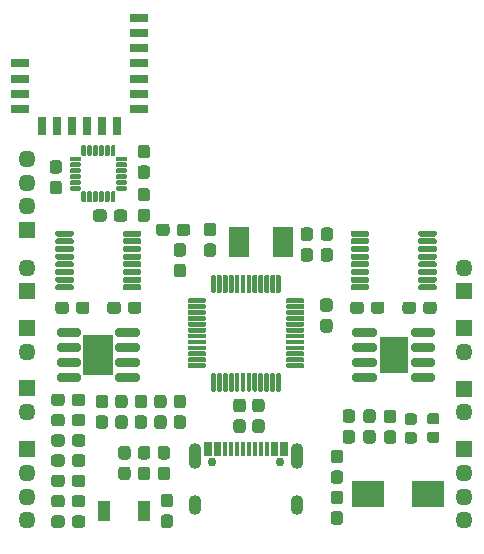
<source format=gbr>
%TF.GenerationSoftware,KiCad,Pcbnew,(5.1.6-0-10_14)*%
%TF.CreationDate,2020-10-29T20:17:36+08:00*%
%TF.ProjectId,QuadoFly,51756164-6f46-46c7-992e-6b696361645f,rev?*%
%TF.SameCoordinates,Original*%
%TF.FileFunction,Soldermask,Top*%
%TF.FilePolarity,Negative*%
%FSLAX46Y46*%
G04 Gerber Fmt 4.6, Leading zero omitted, Abs format (unit mm)*
G04 Created by KiCad (PCBNEW (5.1.6-0-10_14)) date 2020-10-29 20:17:36*
%MOMM*%
%LPD*%
G01*
G04 APERTURE LIST*
%ADD10O,1.450000X1.450000*%
%ADD11R,1.450000X1.450000*%
%ADD12R,1.800000X2.500000*%
%ADD13R,1.500000X0.800000*%
%ADD14R,0.800000X1.500000*%
%ADD15R,2.510000X3.400000*%
%ADD16R,2.390000X3.100000*%
%ADD17R,1.000000X1.800000*%
%ADD18R,2.800000X2.300000*%
%ADD19R,0.400000X1.250000*%
%ADD20C,0.750000*%
%ADD21O,1.100000X1.700000*%
%ADD22O,1.100000X2.200000*%
G04 APERTURE END LIST*
D10*
%TO.C,J10*%
X101500000Y-143500000D03*
X101500000Y-141500000D03*
X101500000Y-139500000D03*
D11*
X101500000Y-137500000D03*
%TD*%
D10*
%TO.C,J9*%
X138500000Y-143500000D03*
X138500000Y-141500000D03*
X138500000Y-139500000D03*
D11*
X138500000Y-137500000D03*
%TD*%
D10*
%TO.C,J3*%
X101500000Y-129250000D03*
D11*
X101500000Y-127250000D03*
%TD*%
D10*
%TO.C,J2*%
X101500000Y-122100000D03*
D11*
X101500000Y-124100000D03*
%TD*%
D10*
%TO.C,J7*%
X101500000Y-134333332D03*
D11*
X101500000Y-132333332D03*
%TD*%
D12*
%TO.C,Y1*%
X119444666Y-119950000D03*
X123144666Y-119950000D03*
%TD*%
D13*
%TO.C,U7*%
X100900000Y-108650000D03*
X100900000Y-107370000D03*
X100900000Y-106090000D03*
D14*
X109100000Y-110150000D03*
X107820000Y-110150000D03*
X106540000Y-110150000D03*
X105260000Y-110150000D03*
X103980000Y-110150000D03*
D13*
X110900000Y-108650000D03*
X110900000Y-107370000D03*
X110900000Y-106090000D03*
X110900000Y-104810000D03*
X110900000Y-103530000D03*
X110900000Y-102250000D03*
D14*
X102700000Y-110150000D03*
D13*
X100900000Y-104810000D03*
X110900000Y-100970000D03*
%TD*%
%TO.C,U6*%
G36*
G01*
X108975000Y-113000000D02*
X108975000Y-112800000D01*
G75*
G02*
X109075000Y-112700000I100000J0D01*
G01*
X109825000Y-112700000D01*
G75*
G02*
X109925000Y-112800000I0J-100000D01*
G01*
X109925000Y-113000000D01*
G75*
G02*
X109825000Y-113100000I-100000J0D01*
G01*
X109075000Y-113100000D01*
G75*
G02*
X108975000Y-113000000I0J100000D01*
G01*
G37*
G36*
G01*
X108975000Y-113500000D02*
X108975000Y-113300000D01*
G75*
G02*
X109075000Y-113200000I100000J0D01*
G01*
X109825000Y-113200000D01*
G75*
G02*
X109925000Y-113300000I0J-100000D01*
G01*
X109925000Y-113500000D01*
G75*
G02*
X109825000Y-113600000I-100000J0D01*
G01*
X109075000Y-113600000D01*
G75*
G02*
X108975000Y-113500000I0J100000D01*
G01*
G37*
G36*
G01*
X108975000Y-114000000D02*
X108975000Y-113800000D01*
G75*
G02*
X109075000Y-113700000I100000J0D01*
G01*
X109825000Y-113700000D01*
G75*
G02*
X109925000Y-113800000I0J-100000D01*
G01*
X109925000Y-114000000D01*
G75*
G02*
X109825000Y-114100000I-100000J0D01*
G01*
X109075000Y-114100000D01*
G75*
G02*
X108975000Y-114000000I0J100000D01*
G01*
G37*
G36*
G01*
X108975000Y-114500000D02*
X108975000Y-114300000D01*
G75*
G02*
X109075000Y-114200000I100000J0D01*
G01*
X109825000Y-114200000D01*
G75*
G02*
X109925000Y-114300000I0J-100000D01*
G01*
X109925000Y-114500000D01*
G75*
G02*
X109825000Y-114600000I-100000J0D01*
G01*
X109075000Y-114600000D01*
G75*
G02*
X108975000Y-114500000I0J100000D01*
G01*
G37*
G36*
G01*
X108975000Y-115000000D02*
X108975000Y-114800000D01*
G75*
G02*
X109075000Y-114700000I100000J0D01*
G01*
X109825000Y-114700000D01*
G75*
G02*
X109925000Y-114800000I0J-100000D01*
G01*
X109925000Y-115000000D01*
G75*
G02*
X109825000Y-115100000I-100000J0D01*
G01*
X109075000Y-115100000D01*
G75*
G02*
X108975000Y-115000000I0J100000D01*
G01*
G37*
G36*
G01*
X108975000Y-115500000D02*
X108975000Y-115300000D01*
G75*
G02*
X109075000Y-115200000I100000J0D01*
G01*
X109825000Y-115200000D01*
G75*
G02*
X109925000Y-115300000I0J-100000D01*
G01*
X109925000Y-115500000D01*
G75*
G02*
X109825000Y-115600000I-100000J0D01*
G01*
X109075000Y-115600000D01*
G75*
G02*
X108975000Y-115500000I0J100000D01*
G01*
G37*
G36*
G01*
X108650000Y-115625000D02*
X108850000Y-115625000D01*
G75*
G02*
X108950000Y-115725000I0J-100000D01*
G01*
X108950000Y-116475000D01*
G75*
G02*
X108850000Y-116575000I-100000J0D01*
G01*
X108650000Y-116575000D01*
G75*
G02*
X108550000Y-116475000I0J100000D01*
G01*
X108550000Y-115725000D01*
G75*
G02*
X108650000Y-115625000I100000J0D01*
G01*
G37*
G36*
G01*
X108150000Y-115625000D02*
X108350000Y-115625000D01*
G75*
G02*
X108450000Y-115725000I0J-100000D01*
G01*
X108450000Y-116475000D01*
G75*
G02*
X108350000Y-116575000I-100000J0D01*
G01*
X108150000Y-116575000D01*
G75*
G02*
X108050000Y-116475000I0J100000D01*
G01*
X108050000Y-115725000D01*
G75*
G02*
X108150000Y-115625000I100000J0D01*
G01*
G37*
G36*
G01*
X107650000Y-115625000D02*
X107850000Y-115625000D01*
G75*
G02*
X107950000Y-115725000I0J-100000D01*
G01*
X107950000Y-116475000D01*
G75*
G02*
X107850000Y-116575000I-100000J0D01*
G01*
X107650000Y-116575000D01*
G75*
G02*
X107550000Y-116475000I0J100000D01*
G01*
X107550000Y-115725000D01*
G75*
G02*
X107650000Y-115625000I100000J0D01*
G01*
G37*
G36*
G01*
X107150000Y-115625000D02*
X107350000Y-115625000D01*
G75*
G02*
X107450000Y-115725000I0J-100000D01*
G01*
X107450000Y-116475000D01*
G75*
G02*
X107350000Y-116575000I-100000J0D01*
G01*
X107150000Y-116575000D01*
G75*
G02*
X107050000Y-116475000I0J100000D01*
G01*
X107050000Y-115725000D01*
G75*
G02*
X107150000Y-115625000I100000J0D01*
G01*
G37*
G36*
G01*
X106650000Y-115625000D02*
X106850000Y-115625000D01*
G75*
G02*
X106950000Y-115725000I0J-100000D01*
G01*
X106950000Y-116475000D01*
G75*
G02*
X106850000Y-116575000I-100000J0D01*
G01*
X106650000Y-116575000D01*
G75*
G02*
X106550000Y-116475000I0J100000D01*
G01*
X106550000Y-115725000D01*
G75*
G02*
X106650000Y-115625000I100000J0D01*
G01*
G37*
G36*
G01*
X106150000Y-115625000D02*
X106350000Y-115625000D01*
G75*
G02*
X106450000Y-115725000I0J-100000D01*
G01*
X106450000Y-116475000D01*
G75*
G02*
X106350000Y-116575000I-100000J0D01*
G01*
X106150000Y-116575000D01*
G75*
G02*
X106050000Y-116475000I0J100000D01*
G01*
X106050000Y-115725000D01*
G75*
G02*
X106150000Y-115625000I100000J0D01*
G01*
G37*
G36*
G01*
X105075000Y-115500000D02*
X105075000Y-115300000D01*
G75*
G02*
X105175000Y-115200000I100000J0D01*
G01*
X105925000Y-115200000D01*
G75*
G02*
X106025000Y-115300000I0J-100000D01*
G01*
X106025000Y-115500000D01*
G75*
G02*
X105925000Y-115600000I-100000J0D01*
G01*
X105175000Y-115600000D01*
G75*
G02*
X105075000Y-115500000I0J100000D01*
G01*
G37*
G36*
G01*
X105075000Y-115000000D02*
X105075000Y-114800000D01*
G75*
G02*
X105175000Y-114700000I100000J0D01*
G01*
X105925000Y-114700000D01*
G75*
G02*
X106025000Y-114800000I0J-100000D01*
G01*
X106025000Y-115000000D01*
G75*
G02*
X105925000Y-115100000I-100000J0D01*
G01*
X105175000Y-115100000D01*
G75*
G02*
X105075000Y-115000000I0J100000D01*
G01*
G37*
G36*
G01*
X105075000Y-114500000D02*
X105075000Y-114300000D01*
G75*
G02*
X105175000Y-114200000I100000J0D01*
G01*
X105925000Y-114200000D01*
G75*
G02*
X106025000Y-114300000I0J-100000D01*
G01*
X106025000Y-114500000D01*
G75*
G02*
X105925000Y-114600000I-100000J0D01*
G01*
X105175000Y-114600000D01*
G75*
G02*
X105075000Y-114500000I0J100000D01*
G01*
G37*
G36*
G01*
X105075000Y-114000000D02*
X105075000Y-113800000D01*
G75*
G02*
X105175000Y-113700000I100000J0D01*
G01*
X105925000Y-113700000D01*
G75*
G02*
X106025000Y-113800000I0J-100000D01*
G01*
X106025000Y-114000000D01*
G75*
G02*
X105925000Y-114100000I-100000J0D01*
G01*
X105175000Y-114100000D01*
G75*
G02*
X105075000Y-114000000I0J100000D01*
G01*
G37*
G36*
G01*
X105075000Y-113500000D02*
X105075000Y-113300000D01*
G75*
G02*
X105175000Y-113200000I100000J0D01*
G01*
X105925000Y-113200000D01*
G75*
G02*
X106025000Y-113300000I0J-100000D01*
G01*
X106025000Y-113500000D01*
G75*
G02*
X105925000Y-113600000I-100000J0D01*
G01*
X105175000Y-113600000D01*
G75*
G02*
X105075000Y-113500000I0J100000D01*
G01*
G37*
G36*
G01*
X105075000Y-113000000D02*
X105075000Y-112800000D01*
G75*
G02*
X105175000Y-112700000I100000J0D01*
G01*
X105925000Y-112700000D01*
G75*
G02*
X106025000Y-112800000I0J-100000D01*
G01*
X106025000Y-113000000D01*
G75*
G02*
X105925000Y-113100000I-100000J0D01*
G01*
X105175000Y-113100000D01*
G75*
G02*
X105075000Y-113000000I0J100000D01*
G01*
G37*
G36*
G01*
X106150000Y-111725000D02*
X106350000Y-111725000D01*
G75*
G02*
X106450000Y-111825000I0J-100000D01*
G01*
X106450000Y-112575000D01*
G75*
G02*
X106350000Y-112675000I-100000J0D01*
G01*
X106150000Y-112675000D01*
G75*
G02*
X106050000Y-112575000I0J100000D01*
G01*
X106050000Y-111825000D01*
G75*
G02*
X106150000Y-111725000I100000J0D01*
G01*
G37*
G36*
G01*
X106650000Y-111725000D02*
X106850000Y-111725000D01*
G75*
G02*
X106950000Y-111825000I0J-100000D01*
G01*
X106950000Y-112575000D01*
G75*
G02*
X106850000Y-112675000I-100000J0D01*
G01*
X106650000Y-112675000D01*
G75*
G02*
X106550000Y-112575000I0J100000D01*
G01*
X106550000Y-111825000D01*
G75*
G02*
X106650000Y-111725000I100000J0D01*
G01*
G37*
G36*
G01*
X107150000Y-111725000D02*
X107350000Y-111725000D01*
G75*
G02*
X107450000Y-111825000I0J-100000D01*
G01*
X107450000Y-112575000D01*
G75*
G02*
X107350000Y-112675000I-100000J0D01*
G01*
X107150000Y-112675000D01*
G75*
G02*
X107050000Y-112575000I0J100000D01*
G01*
X107050000Y-111825000D01*
G75*
G02*
X107150000Y-111725000I100000J0D01*
G01*
G37*
G36*
G01*
X107650000Y-111725000D02*
X107850000Y-111725000D01*
G75*
G02*
X107950000Y-111825000I0J-100000D01*
G01*
X107950000Y-112575000D01*
G75*
G02*
X107850000Y-112675000I-100000J0D01*
G01*
X107650000Y-112675000D01*
G75*
G02*
X107550000Y-112575000I0J100000D01*
G01*
X107550000Y-111825000D01*
G75*
G02*
X107650000Y-111725000I100000J0D01*
G01*
G37*
G36*
G01*
X108150000Y-111725000D02*
X108350000Y-111725000D01*
G75*
G02*
X108450000Y-111825000I0J-100000D01*
G01*
X108450000Y-112575000D01*
G75*
G02*
X108350000Y-112675000I-100000J0D01*
G01*
X108150000Y-112675000D01*
G75*
G02*
X108050000Y-112575000I0J100000D01*
G01*
X108050000Y-111825000D01*
G75*
G02*
X108150000Y-111725000I100000J0D01*
G01*
G37*
G36*
G01*
X108650000Y-111725000D02*
X108850000Y-111725000D01*
G75*
G02*
X108950000Y-111825000I0J-100000D01*
G01*
X108950000Y-112575000D01*
G75*
G02*
X108850000Y-112675000I-100000J0D01*
G01*
X108650000Y-112675000D01*
G75*
G02*
X108550000Y-112575000I0J100000D01*
G01*
X108550000Y-111825000D01*
G75*
G02*
X108650000Y-111725000I100000J0D01*
G01*
G37*
%TD*%
D15*
%TO.C,U5*%
X107500000Y-129500000D03*
G36*
G01*
X108950000Y-127770000D02*
X108950000Y-127420000D01*
G75*
G02*
X109125000Y-127245000I175000J0D01*
G01*
X110825000Y-127245000D01*
G75*
G02*
X111000000Y-127420000I0J-175000D01*
G01*
X111000000Y-127770000D01*
G75*
G02*
X110825000Y-127945000I-175000J0D01*
G01*
X109125000Y-127945000D01*
G75*
G02*
X108950000Y-127770000I0J175000D01*
G01*
G37*
G36*
G01*
X108950000Y-129040000D02*
X108950000Y-128690000D01*
G75*
G02*
X109125000Y-128515000I175000J0D01*
G01*
X110825000Y-128515000D01*
G75*
G02*
X111000000Y-128690000I0J-175000D01*
G01*
X111000000Y-129040000D01*
G75*
G02*
X110825000Y-129215000I-175000J0D01*
G01*
X109125000Y-129215000D01*
G75*
G02*
X108950000Y-129040000I0J175000D01*
G01*
G37*
G36*
G01*
X108950000Y-130310000D02*
X108950000Y-129960000D01*
G75*
G02*
X109125000Y-129785000I175000J0D01*
G01*
X110825000Y-129785000D01*
G75*
G02*
X111000000Y-129960000I0J-175000D01*
G01*
X111000000Y-130310000D01*
G75*
G02*
X110825000Y-130485000I-175000J0D01*
G01*
X109125000Y-130485000D01*
G75*
G02*
X108950000Y-130310000I0J175000D01*
G01*
G37*
G36*
G01*
X108950000Y-131580000D02*
X108950000Y-131230000D01*
G75*
G02*
X109125000Y-131055000I175000J0D01*
G01*
X110825000Y-131055000D01*
G75*
G02*
X111000000Y-131230000I0J-175000D01*
G01*
X111000000Y-131580000D01*
G75*
G02*
X110825000Y-131755000I-175000J0D01*
G01*
X109125000Y-131755000D01*
G75*
G02*
X108950000Y-131580000I0J175000D01*
G01*
G37*
G36*
G01*
X104000000Y-131580000D02*
X104000000Y-131230000D01*
G75*
G02*
X104175000Y-131055000I175000J0D01*
G01*
X105875000Y-131055000D01*
G75*
G02*
X106050000Y-131230000I0J-175000D01*
G01*
X106050000Y-131580000D01*
G75*
G02*
X105875000Y-131755000I-175000J0D01*
G01*
X104175000Y-131755000D01*
G75*
G02*
X104000000Y-131580000I0J175000D01*
G01*
G37*
G36*
G01*
X104000000Y-130310000D02*
X104000000Y-129960000D01*
G75*
G02*
X104175000Y-129785000I175000J0D01*
G01*
X105875000Y-129785000D01*
G75*
G02*
X106050000Y-129960000I0J-175000D01*
G01*
X106050000Y-130310000D01*
G75*
G02*
X105875000Y-130485000I-175000J0D01*
G01*
X104175000Y-130485000D01*
G75*
G02*
X104000000Y-130310000I0J175000D01*
G01*
G37*
G36*
G01*
X104000000Y-129040000D02*
X104000000Y-128690000D01*
G75*
G02*
X104175000Y-128515000I175000J0D01*
G01*
X105875000Y-128515000D01*
G75*
G02*
X106050000Y-128690000I0J-175000D01*
G01*
X106050000Y-129040000D01*
G75*
G02*
X105875000Y-129215000I-175000J0D01*
G01*
X104175000Y-129215000D01*
G75*
G02*
X104000000Y-129040000I0J175000D01*
G01*
G37*
G36*
G01*
X104000000Y-127770000D02*
X104000000Y-127420000D01*
G75*
G02*
X104175000Y-127245000I175000J0D01*
G01*
X105875000Y-127245000D01*
G75*
G02*
X106050000Y-127420000I0J-175000D01*
G01*
X106050000Y-127770000D01*
G75*
G02*
X105875000Y-127945000I-175000J0D01*
G01*
X104175000Y-127945000D01*
G75*
G02*
X104000000Y-127770000I0J175000D01*
G01*
G37*
%TD*%
%TO.C,U4*%
G36*
G01*
X123475000Y-124700000D02*
X124850000Y-124700000D01*
G75*
G02*
X124950000Y-124800000I0J-100000D01*
G01*
X124950000Y-125000000D01*
G75*
G02*
X124850000Y-125100000I-100000J0D01*
G01*
X123475000Y-125100000D01*
G75*
G02*
X123375000Y-125000000I0J100000D01*
G01*
X123375000Y-124800000D01*
G75*
G02*
X123475000Y-124700000I100000J0D01*
G01*
G37*
G36*
G01*
X123475000Y-125200000D02*
X124850000Y-125200000D01*
G75*
G02*
X124950000Y-125300000I0J-100000D01*
G01*
X124950000Y-125500000D01*
G75*
G02*
X124850000Y-125600000I-100000J0D01*
G01*
X123475000Y-125600000D01*
G75*
G02*
X123375000Y-125500000I0J100000D01*
G01*
X123375000Y-125300000D01*
G75*
G02*
X123475000Y-125200000I100000J0D01*
G01*
G37*
G36*
G01*
X123475000Y-125700000D02*
X124850000Y-125700000D01*
G75*
G02*
X124950000Y-125800000I0J-100000D01*
G01*
X124950000Y-126000000D01*
G75*
G02*
X124850000Y-126100000I-100000J0D01*
G01*
X123475000Y-126100000D01*
G75*
G02*
X123375000Y-126000000I0J100000D01*
G01*
X123375000Y-125800000D01*
G75*
G02*
X123475000Y-125700000I100000J0D01*
G01*
G37*
G36*
G01*
X123475000Y-126200000D02*
X124850000Y-126200000D01*
G75*
G02*
X124950000Y-126300000I0J-100000D01*
G01*
X124950000Y-126500000D01*
G75*
G02*
X124850000Y-126600000I-100000J0D01*
G01*
X123475000Y-126600000D01*
G75*
G02*
X123375000Y-126500000I0J100000D01*
G01*
X123375000Y-126300000D01*
G75*
G02*
X123475000Y-126200000I100000J0D01*
G01*
G37*
G36*
G01*
X123475000Y-126700000D02*
X124850000Y-126700000D01*
G75*
G02*
X124950000Y-126800000I0J-100000D01*
G01*
X124950000Y-127000000D01*
G75*
G02*
X124850000Y-127100000I-100000J0D01*
G01*
X123475000Y-127100000D01*
G75*
G02*
X123375000Y-127000000I0J100000D01*
G01*
X123375000Y-126800000D01*
G75*
G02*
X123475000Y-126700000I100000J0D01*
G01*
G37*
G36*
G01*
X123475000Y-127200000D02*
X124850000Y-127200000D01*
G75*
G02*
X124950000Y-127300000I0J-100000D01*
G01*
X124950000Y-127500000D01*
G75*
G02*
X124850000Y-127600000I-100000J0D01*
G01*
X123475000Y-127600000D01*
G75*
G02*
X123375000Y-127500000I0J100000D01*
G01*
X123375000Y-127300000D01*
G75*
G02*
X123475000Y-127200000I100000J0D01*
G01*
G37*
G36*
G01*
X123475000Y-127700000D02*
X124850000Y-127700000D01*
G75*
G02*
X124950000Y-127800000I0J-100000D01*
G01*
X124950000Y-128000000D01*
G75*
G02*
X124850000Y-128100000I-100000J0D01*
G01*
X123475000Y-128100000D01*
G75*
G02*
X123375000Y-128000000I0J100000D01*
G01*
X123375000Y-127800000D01*
G75*
G02*
X123475000Y-127700000I100000J0D01*
G01*
G37*
G36*
G01*
X123475000Y-128200000D02*
X124850000Y-128200000D01*
G75*
G02*
X124950000Y-128300000I0J-100000D01*
G01*
X124950000Y-128500000D01*
G75*
G02*
X124850000Y-128600000I-100000J0D01*
G01*
X123475000Y-128600000D01*
G75*
G02*
X123375000Y-128500000I0J100000D01*
G01*
X123375000Y-128300000D01*
G75*
G02*
X123475000Y-128200000I100000J0D01*
G01*
G37*
G36*
G01*
X123475000Y-128700000D02*
X124850000Y-128700000D01*
G75*
G02*
X124950000Y-128800000I0J-100000D01*
G01*
X124950000Y-129000000D01*
G75*
G02*
X124850000Y-129100000I-100000J0D01*
G01*
X123475000Y-129100000D01*
G75*
G02*
X123375000Y-129000000I0J100000D01*
G01*
X123375000Y-128800000D01*
G75*
G02*
X123475000Y-128700000I100000J0D01*
G01*
G37*
G36*
G01*
X123475000Y-129200000D02*
X124850000Y-129200000D01*
G75*
G02*
X124950000Y-129300000I0J-100000D01*
G01*
X124950000Y-129500000D01*
G75*
G02*
X124850000Y-129600000I-100000J0D01*
G01*
X123475000Y-129600000D01*
G75*
G02*
X123375000Y-129500000I0J100000D01*
G01*
X123375000Y-129300000D01*
G75*
G02*
X123475000Y-129200000I100000J0D01*
G01*
G37*
G36*
G01*
X123475000Y-129700000D02*
X124850000Y-129700000D01*
G75*
G02*
X124950000Y-129800000I0J-100000D01*
G01*
X124950000Y-130000000D01*
G75*
G02*
X124850000Y-130100000I-100000J0D01*
G01*
X123475000Y-130100000D01*
G75*
G02*
X123375000Y-130000000I0J100000D01*
G01*
X123375000Y-129800000D01*
G75*
G02*
X123475000Y-129700000I100000J0D01*
G01*
G37*
G36*
G01*
X123475000Y-130200000D02*
X124850000Y-130200000D01*
G75*
G02*
X124950000Y-130300000I0J-100000D01*
G01*
X124950000Y-130500000D01*
G75*
G02*
X124850000Y-130600000I-100000J0D01*
G01*
X123475000Y-130600000D01*
G75*
G02*
X123375000Y-130500000I0J100000D01*
G01*
X123375000Y-130300000D01*
G75*
G02*
X123475000Y-130200000I100000J0D01*
G01*
G37*
G36*
G01*
X122650000Y-131025000D02*
X122850000Y-131025000D01*
G75*
G02*
X122950000Y-131125000I0J-100000D01*
G01*
X122950000Y-132500000D01*
G75*
G02*
X122850000Y-132600000I-100000J0D01*
G01*
X122650000Y-132600000D01*
G75*
G02*
X122550000Y-132500000I0J100000D01*
G01*
X122550000Y-131125000D01*
G75*
G02*
X122650000Y-131025000I100000J0D01*
G01*
G37*
G36*
G01*
X122150000Y-131025000D02*
X122350000Y-131025000D01*
G75*
G02*
X122450000Y-131125000I0J-100000D01*
G01*
X122450000Y-132500000D01*
G75*
G02*
X122350000Y-132600000I-100000J0D01*
G01*
X122150000Y-132600000D01*
G75*
G02*
X122050000Y-132500000I0J100000D01*
G01*
X122050000Y-131125000D01*
G75*
G02*
X122150000Y-131025000I100000J0D01*
G01*
G37*
G36*
G01*
X121650000Y-131025000D02*
X121850000Y-131025000D01*
G75*
G02*
X121950000Y-131125000I0J-100000D01*
G01*
X121950000Y-132500000D01*
G75*
G02*
X121850000Y-132600000I-100000J0D01*
G01*
X121650000Y-132600000D01*
G75*
G02*
X121550000Y-132500000I0J100000D01*
G01*
X121550000Y-131125000D01*
G75*
G02*
X121650000Y-131025000I100000J0D01*
G01*
G37*
G36*
G01*
X121150000Y-131025000D02*
X121350000Y-131025000D01*
G75*
G02*
X121450000Y-131125000I0J-100000D01*
G01*
X121450000Y-132500000D01*
G75*
G02*
X121350000Y-132600000I-100000J0D01*
G01*
X121150000Y-132600000D01*
G75*
G02*
X121050000Y-132500000I0J100000D01*
G01*
X121050000Y-131125000D01*
G75*
G02*
X121150000Y-131025000I100000J0D01*
G01*
G37*
G36*
G01*
X120650000Y-131025000D02*
X120850000Y-131025000D01*
G75*
G02*
X120950000Y-131125000I0J-100000D01*
G01*
X120950000Y-132500000D01*
G75*
G02*
X120850000Y-132600000I-100000J0D01*
G01*
X120650000Y-132600000D01*
G75*
G02*
X120550000Y-132500000I0J100000D01*
G01*
X120550000Y-131125000D01*
G75*
G02*
X120650000Y-131025000I100000J0D01*
G01*
G37*
G36*
G01*
X120150000Y-131025000D02*
X120350000Y-131025000D01*
G75*
G02*
X120450000Y-131125000I0J-100000D01*
G01*
X120450000Y-132500000D01*
G75*
G02*
X120350000Y-132600000I-100000J0D01*
G01*
X120150000Y-132600000D01*
G75*
G02*
X120050000Y-132500000I0J100000D01*
G01*
X120050000Y-131125000D01*
G75*
G02*
X120150000Y-131025000I100000J0D01*
G01*
G37*
G36*
G01*
X119650000Y-131025000D02*
X119850000Y-131025000D01*
G75*
G02*
X119950000Y-131125000I0J-100000D01*
G01*
X119950000Y-132500000D01*
G75*
G02*
X119850000Y-132600000I-100000J0D01*
G01*
X119650000Y-132600000D01*
G75*
G02*
X119550000Y-132500000I0J100000D01*
G01*
X119550000Y-131125000D01*
G75*
G02*
X119650000Y-131025000I100000J0D01*
G01*
G37*
G36*
G01*
X119150000Y-131025000D02*
X119350000Y-131025000D01*
G75*
G02*
X119450000Y-131125000I0J-100000D01*
G01*
X119450000Y-132500000D01*
G75*
G02*
X119350000Y-132600000I-100000J0D01*
G01*
X119150000Y-132600000D01*
G75*
G02*
X119050000Y-132500000I0J100000D01*
G01*
X119050000Y-131125000D01*
G75*
G02*
X119150000Y-131025000I100000J0D01*
G01*
G37*
G36*
G01*
X118650000Y-131025000D02*
X118850000Y-131025000D01*
G75*
G02*
X118950000Y-131125000I0J-100000D01*
G01*
X118950000Y-132500000D01*
G75*
G02*
X118850000Y-132600000I-100000J0D01*
G01*
X118650000Y-132600000D01*
G75*
G02*
X118550000Y-132500000I0J100000D01*
G01*
X118550000Y-131125000D01*
G75*
G02*
X118650000Y-131025000I100000J0D01*
G01*
G37*
G36*
G01*
X118150000Y-131025000D02*
X118350000Y-131025000D01*
G75*
G02*
X118450000Y-131125000I0J-100000D01*
G01*
X118450000Y-132500000D01*
G75*
G02*
X118350000Y-132600000I-100000J0D01*
G01*
X118150000Y-132600000D01*
G75*
G02*
X118050000Y-132500000I0J100000D01*
G01*
X118050000Y-131125000D01*
G75*
G02*
X118150000Y-131025000I100000J0D01*
G01*
G37*
G36*
G01*
X117650000Y-131025000D02*
X117850000Y-131025000D01*
G75*
G02*
X117950000Y-131125000I0J-100000D01*
G01*
X117950000Y-132500000D01*
G75*
G02*
X117850000Y-132600000I-100000J0D01*
G01*
X117650000Y-132600000D01*
G75*
G02*
X117550000Y-132500000I0J100000D01*
G01*
X117550000Y-131125000D01*
G75*
G02*
X117650000Y-131025000I100000J0D01*
G01*
G37*
G36*
G01*
X117150000Y-131025000D02*
X117350000Y-131025000D01*
G75*
G02*
X117450000Y-131125000I0J-100000D01*
G01*
X117450000Y-132500000D01*
G75*
G02*
X117350000Y-132600000I-100000J0D01*
G01*
X117150000Y-132600000D01*
G75*
G02*
X117050000Y-132500000I0J100000D01*
G01*
X117050000Y-131125000D01*
G75*
G02*
X117150000Y-131025000I100000J0D01*
G01*
G37*
G36*
G01*
X115150000Y-130200000D02*
X116525000Y-130200000D01*
G75*
G02*
X116625000Y-130300000I0J-100000D01*
G01*
X116625000Y-130500000D01*
G75*
G02*
X116525000Y-130600000I-100000J0D01*
G01*
X115150000Y-130600000D01*
G75*
G02*
X115050000Y-130500000I0J100000D01*
G01*
X115050000Y-130300000D01*
G75*
G02*
X115150000Y-130200000I100000J0D01*
G01*
G37*
G36*
G01*
X115150000Y-129700000D02*
X116525000Y-129700000D01*
G75*
G02*
X116625000Y-129800000I0J-100000D01*
G01*
X116625000Y-130000000D01*
G75*
G02*
X116525000Y-130100000I-100000J0D01*
G01*
X115150000Y-130100000D01*
G75*
G02*
X115050000Y-130000000I0J100000D01*
G01*
X115050000Y-129800000D01*
G75*
G02*
X115150000Y-129700000I100000J0D01*
G01*
G37*
G36*
G01*
X115150000Y-129200000D02*
X116525000Y-129200000D01*
G75*
G02*
X116625000Y-129300000I0J-100000D01*
G01*
X116625000Y-129500000D01*
G75*
G02*
X116525000Y-129600000I-100000J0D01*
G01*
X115150000Y-129600000D01*
G75*
G02*
X115050000Y-129500000I0J100000D01*
G01*
X115050000Y-129300000D01*
G75*
G02*
X115150000Y-129200000I100000J0D01*
G01*
G37*
G36*
G01*
X115150000Y-128700000D02*
X116525000Y-128700000D01*
G75*
G02*
X116625000Y-128800000I0J-100000D01*
G01*
X116625000Y-129000000D01*
G75*
G02*
X116525000Y-129100000I-100000J0D01*
G01*
X115150000Y-129100000D01*
G75*
G02*
X115050000Y-129000000I0J100000D01*
G01*
X115050000Y-128800000D01*
G75*
G02*
X115150000Y-128700000I100000J0D01*
G01*
G37*
G36*
G01*
X115150000Y-128200000D02*
X116525000Y-128200000D01*
G75*
G02*
X116625000Y-128300000I0J-100000D01*
G01*
X116625000Y-128500000D01*
G75*
G02*
X116525000Y-128600000I-100000J0D01*
G01*
X115150000Y-128600000D01*
G75*
G02*
X115050000Y-128500000I0J100000D01*
G01*
X115050000Y-128300000D01*
G75*
G02*
X115150000Y-128200000I100000J0D01*
G01*
G37*
G36*
G01*
X115150000Y-127700000D02*
X116525000Y-127700000D01*
G75*
G02*
X116625000Y-127800000I0J-100000D01*
G01*
X116625000Y-128000000D01*
G75*
G02*
X116525000Y-128100000I-100000J0D01*
G01*
X115150000Y-128100000D01*
G75*
G02*
X115050000Y-128000000I0J100000D01*
G01*
X115050000Y-127800000D01*
G75*
G02*
X115150000Y-127700000I100000J0D01*
G01*
G37*
G36*
G01*
X115150000Y-127200000D02*
X116525000Y-127200000D01*
G75*
G02*
X116625000Y-127300000I0J-100000D01*
G01*
X116625000Y-127500000D01*
G75*
G02*
X116525000Y-127600000I-100000J0D01*
G01*
X115150000Y-127600000D01*
G75*
G02*
X115050000Y-127500000I0J100000D01*
G01*
X115050000Y-127300000D01*
G75*
G02*
X115150000Y-127200000I100000J0D01*
G01*
G37*
G36*
G01*
X115150000Y-126700000D02*
X116525000Y-126700000D01*
G75*
G02*
X116625000Y-126800000I0J-100000D01*
G01*
X116625000Y-127000000D01*
G75*
G02*
X116525000Y-127100000I-100000J0D01*
G01*
X115150000Y-127100000D01*
G75*
G02*
X115050000Y-127000000I0J100000D01*
G01*
X115050000Y-126800000D01*
G75*
G02*
X115150000Y-126700000I100000J0D01*
G01*
G37*
G36*
G01*
X115150000Y-126200000D02*
X116525000Y-126200000D01*
G75*
G02*
X116625000Y-126300000I0J-100000D01*
G01*
X116625000Y-126500000D01*
G75*
G02*
X116525000Y-126600000I-100000J0D01*
G01*
X115150000Y-126600000D01*
G75*
G02*
X115050000Y-126500000I0J100000D01*
G01*
X115050000Y-126300000D01*
G75*
G02*
X115150000Y-126200000I100000J0D01*
G01*
G37*
G36*
G01*
X115150000Y-125700000D02*
X116525000Y-125700000D01*
G75*
G02*
X116625000Y-125800000I0J-100000D01*
G01*
X116625000Y-126000000D01*
G75*
G02*
X116525000Y-126100000I-100000J0D01*
G01*
X115150000Y-126100000D01*
G75*
G02*
X115050000Y-126000000I0J100000D01*
G01*
X115050000Y-125800000D01*
G75*
G02*
X115150000Y-125700000I100000J0D01*
G01*
G37*
G36*
G01*
X115150000Y-125200000D02*
X116525000Y-125200000D01*
G75*
G02*
X116625000Y-125300000I0J-100000D01*
G01*
X116625000Y-125500000D01*
G75*
G02*
X116525000Y-125600000I-100000J0D01*
G01*
X115150000Y-125600000D01*
G75*
G02*
X115050000Y-125500000I0J100000D01*
G01*
X115050000Y-125300000D01*
G75*
G02*
X115150000Y-125200000I100000J0D01*
G01*
G37*
G36*
G01*
X115150000Y-124700000D02*
X116525000Y-124700000D01*
G75*
G02*
X116625000Y-124800000I0J-100000D01*
G01*
X116625000Y-125000000D01*
G75*
G02*
X116525000Y-125100000I-100000J0D01*
G01*
X115150000Y-125100000D01*
G75*
G02*
X115050000Y-125000000I0J100000D01*
G01*
X115050000Y-124800000D01*
G75*
G02*
X115150000Y-124700000I100000J0D01*
G01*
G37*
G36*
G01*
X117150000Y-122700000D02*
X117350000Y-122700000D01*
G75*
G02*
X117450000Y-122800000I0J-100000D01*
G01*
X117450000Y-124175000D01*
G75*
G02*
X117350000Y-124275000I-100000J0D01*
G01*
X117150000Y-124275000D01*
G75*
G02*
X117050000Y-124175000I0J100000D01*
G01*
X117050000Y-122800000D01*
G75*
G02*
X117150000Y-122700000I100000J0D01*
G01*
G37*
G36*
G01*
X117650000Y-122700000D02*
X117850000Y-122700000D01*
G75*
G02*
X117950000Y-122800000I0J-100000D01*
G01*
X117950000Y-124175000D01*
G75*
G02*
X117850000Y-124275000I-100000J0D01*
G01*
X117650000Y-124275000D01*
G75*
G02*
X117550000Y-124175000I0J100000D01*
G01*
X117550000Y-122800000D01*
G75*
G02*
X117650000Y-122700000I100000J0D01*
G01*
G37*
G36*
G01*
X118150000Y-122700000D02*
X118350000Y-122700000D01*
G75*
G02*
X118450000Y-122800000I0J-100000D01*
G01*
X118450000Y-124175000D01*
G75*
G02*
X118350000Y-124275000I-100000J0D01*
G01*
X118150000Y-124275000D01*
G75*
G02*
X118050000Y-124175000I0J100000D01*
G01*
X118050000Y-122800000D01*
G75*
G02*
X118150000Y-122700000I100000J0D01*
G01*
G37*
G36*
G01*
X118650000Y-122700000D02*
X118850000Y-122700000D01*
G75*
G02*
X118950000Y-122800000I0J-100000D01*
G01*
X118950000Y-124175000D01*
G75*
G02*
X118850000Y-124275000I-100000J0D01*
G01*
X118650000Y-124275000D01*
G75*
G02*
X118550000Y-124175000I0J100000D01*
G01*
X118550000Y-122800000D01*
G75*
G02*
X118650000Y-122700000I100000J0D01*
G01*
G37*
G36*
G01*
X119150000Y-122700000D02*
X119350000Y-122700000D01*
G75*
G02*
X119450000Y-122800000I0J-100000D01*
G01*
X119450000Y-124175000D01*
G75*
G02*
X119350000Y-124275000I-100000J0D01*
G01*
X119150000Y-124275000D01*
G75*
G02*
X119050000Y-124175000I0J100000D01*
G01*
X119050000Y-122800000D01*
G75*
G02*
X119150000Y-122700000I100000J0D01*
G01*
G37*
G36*
G01*
X119650000Y-122700000D02*
X119850000Y-122700000D01*
G75*
G02*
X119950000Y-122800000I0J-100000D01*
G01*
X119950000Y-124175000D01*
G75*
G02*
X119850000Y-124275000I-100000J0D01*
G01*
X119650000Y-124275000D01*
G75*
G02*
X119550000Y-124175000I0J100000D01*
G01*
X119550000Y-122800000D01*
G75*
G02*
X119650000Y-122700000I100000J0D01*
G01*
G37*
G36*
G01*
X120150000Y-122700000D02*
X120350000Y-122700000D01*
G75*
G02*
X120450000Y-122800000I0J-100000D01*
G01*
X120450000Y-124175000D01*
G75*
G02*
X120350000Y-124275000I-100000J0D01*
G01*
X120150000Y-124275000D01*
G75*
G02*
X120050000Y-124175000I0J100000D01*
G01*
X120050000Y-122800000D01*
G75*
G02*
X120150000Y-122700000I100000J0D01*
G01*
G37*
G36*
G01*
X120650000Y-122700000D02*
X120850000Y-122700000D01*
G75*
G02*
X120950000Y-122800000I0J-100000D01*
G01*
X120950000Y-124175000D01*
G75*
G02*
X120850000Y-124275000I-100000J0D01*
G01*
X120650000Y-124275000D01*
G75*
G02*
X120550000Y-124175000I0J100000D01*
G01*
X120550000Y-122800000D01*
G75*
G02*
X120650000Y-122700000I100000J0D01*
G01*
G37*
G36*
G01*
X121150000Y-122700000D02*
X121350000Y-122700000D01*
G75*
G02*
X121450000Y-122800000I0J-100000D01*
G01*
X121450000Y-124175000D01*
G75*
G02*
X121350000Y-124275000I-100000J0D01*
G01*
X121150000Y-124275000D01*
G75*
G02*
X121050000Y-124175000I0J100000D01*
G01*
X121050000Y-122800000D01*
G75*
G02*
X121150000Y-122700000I100000J0D01*
G01*
G37*
G36*
G01*
X121650000Y-122700000D02*
X121850000Y-122700000D01*
G75*
G02*
X121950000Y-122800000I0J-100000D01*
G01*
X121950000Y-124175000D01*
G75*
G02*
X121850000Y-124275000I-100000J0D01*
G01*
X121650000Y-124275000D01*
G75*
G02*
X121550000Y-124175000I0J100000D01*
G01*
X121550000Y-122800000D01*
G75*
G02*
X121650000Y-122700000I100000J0D01*
G01*
G37*
G36*
G01*
X122150000Y-122700000D02*
X122350000Y-122700000D01*
G75*
G02*
X122450000Y-122800000I0J-100000D01*
G01*
X122450000Y-124175000D01*
G75*
G02*
X122350000Y-124275000I-100000J0D01*
G01*
X122150000Y-124275000D01*
G75*
G02*
X122050000Y-124175000I0J100000D01*
G01*
X122050000Y-122800000D01*
G75*
G02*
X122150000Y-122700000I100000J0D01*
G01*
G37*
G36*
G01*
X122650000Y-122700000D02*
X122850000Y-122700000D01*
G75*
G02*
X122950000Y-122800000I0J-100000D01*
G01*
X122950000Y-124175000D01*
G75*
G02*
X122850000Y-124275000I-100000J0D01*
G01*
X122650000Y-124275000D01*
G75*
G02*
X122550000Y-124175000I0J100000D01*
G01*
X122550000Y-122800000D01*
G75*
G02*
X122650000Y-122700000I100000J0D01*
G01*
G37*
%TD*%
%TO.C,U3*%
G36*
G01*
X130425000Y-123650000D02*
X130425000Y-123900000D01*
G75*
G02*
X130300000Y-124025000I-125000J0D01*
G01*
X128975000Y-124025000D01*
G75*
G02*
X128850000Y-123900000I0J125000D01*
G01*
X128850000Y-123650000D01*
G75*
G02*
X128975000Y-123525000I125000J0D01*
G01*
X130300000Y-123525000D01*
G75*
G02*
X130425000Y-123650000I0J-125000D01*
G01*
G37*
G36*
G01*
X130425000Y-123000000D02*
X130425000Y-123250000D01*
G75*
G02*
X130300000Y-123375000I-125000J0D01*
G01*
X128975000Y-123375000D01*
G75*
G02*
X128850000Y-123250000I0J125000D01*
G01*
X128850000Y-123000000D01*
G75*
G02*
X128975000Y-122875000I125000J0D01*
G01*
X130300000Y-122875000D01*
G75*
G02*
X130425000Y-123000000I0J-125000D01*
G01*
G37*
G36*
G01*
X130425000Y-122350000D02*
X130425000Y-122600000D01*
G75*
G02*
X130300000Y-122725000I-125000J0D01*
G01*
X128975000Y-122725000D01*
G75*
G02*
X128850000Y-122600000I0J125000D01*
G01*
X128850000Y-122350000D01*
G75*
G02*
X128975000Y-122225000I125000J0D01*
G01*
X130300000Y-122225000D01*
G75*
G02*
X130425000Y-122350000I0J-125000D01*
G01*
G37*
G36*
G01*
X130425000Y-121700000D02*
X130425000Y-121950000D01*
G75*
G02*
X130300000Y-122075000I-125000J0D01*
G01*
X128975000Y-122075000D01*
G75*
G02*
X128850000Y-121950000I0J125000D01*
G01*
X128850000Y-121700000D01*
G75*
G02*
X128975000Y-121575000I125000J0D01*
G01*
X130300000Y-121575000D01*
G75*
G02*
X130425000Y-121700000I0J-125000D01*
G01*
G37*
G36*
G01*
X130425000Y-121050000D02*
X130425000Y-121300000D01*
G75*
G02*
X130300000Y-121425000I-125000J0D01*
G01*
X128975000Y-121425000D01*
G75*
G02*
X128850000Y-121300000I0J125000D01*
G01*
X128850000Y-121050000D01*
G75*
G02*
X128975000Y-120925000I125000J0D01*
G01*
X130300000Y-120925000D01*
G75*
G02*
X130425000Y-121050000I0J-125000D01*
G01*
G37*
G36*
G01*
X130425000Y-120400000D02*
X130425000Y-120650000D01*
G75*
G02*
X130300000Y-120775000I-125000J0D01*
G01*
X128975000Y-120775000D01*
G75*
G02*
X128850000Y-120650000I0J125000D01*
G01*
X128850000Y-120400000D01*
G75*
G02*
X128975000Y-120275000I125000J0D01*
G01*
X130300000Y-120275000D01*
G75*
G02*
X130425000Y-120400000I0J-125000D01*
G01*
G37*
G36*
G01*
X130425000Y-119750000D02*
X130425000Y-120000000D01*
G75*
G02*
X130300000Y-120125000I-125000J0D01*
G01*
X128975000Y-120125000D01*
G75*
G02*
X128850000Y-120000000I0J125000D01*
G01*
X128850000Y-119750000D01*
G75*
G02*
X128975000Y-119625000I125000J0D01*
G01*
X130300000Y-119625000D01*
G75*
G02*
X130425000Y-119750000I0J-125000D01*
G01*
G37*
G36*
G01*
X130425000Y-119100000D02*
X130425000Y-119350000D01*
G75*
G02*
X130300000Y-119475000I-125000J0D01*
G01*
X128975000Y-119475000D01*
G75*
G02*
X128850000Y-119350000I0J125000D01*
G01*
X128850000Y-119100000D01*
G75*
G02*
X128975000Y-118975000I125000J0D01*
G01*
X130300000Y-118975000D01*
G75*
G02*
X130425000Y-119100000I0J-125000D01*
G01*
G37*
G36*
G01*
X136150000Y-119100000D02*
X136150000Y-119350000D01*
G75*
G02*
X136025000Y-119475000I-125000J0D01*
G01*
X134700000Y-119475000D01*
G75*
G02*
X134575000Y-119350000I0J125000D01*
G01*
X134575000Y-119100000D01*
G75*
G02*
X134700000Y-118975000I125000J0D01*
G01*
X136025000Y-118975000D01*
G75*
G02*
X136150000Y-119100000I0J-125000D01*
G01*
G37*
G36*
G01*
X136150000Y-119750000D02*
X136150000Y-120000000D01*
G75*
G02*
X136025000Y-120125000I-125000J0D01*
G01*
X134700000Y-120125000D01*
G75*
G02*
X134575000Y-120000000I0J125000D01*
G01*
X134575000Y-119750000D01*
G75*
G02*
X134700000Y-119625000I125000J0D01*
G01*
X136025000Y-119625000D01*
G75*
G02*
X136150000Y-119750000I0J-125000D01*
G01*
G37*
G36*
G01*
X136150000Y-120400000D02*
X136150000Y-120650000D01*
G75*
G02*
X136025000Y-120775000I-125000J0D01*
G01*
X134700000Y-120775000D01*
G75*
G02*
X134575000Y-120650000I0J125000D01*
G01*
X134575000Y-120400000D01*
G75*
G02*
X134700000Y-120275000I125000J0D01*
G01*
X136025000Y-120275000D01*
G75*
G02*
X136150000Y-120400000I0J-125000D01*
G01*
G37*
G36*
G01*
X136150000Y-121050000D02*
X136150000Y-121300000D01*
G75*
G02*
X136025000Y-121425000I-125000J0D01*
G01*
X134700000Y-121425000D01*
G75*
G02*
X134575000Y-121300000I0J125000D01*
G01*
X134575000Y-121050000D01*
G75*
G02*
X134700000Y-120925000I125000J0D01*
G01*
X136025000Y-120925000D01*
G75*
G02*
X136150000Y-121050000I0J-125000D01*
G01*
G37*
G36*
G01*
X136150000Y-121700000D02*
X136150000Y-121950000D01*
G75*
G02*
X136025000Y-122075000I-125000J0D01*
G01*
X134700000Y-122075000D01*
G75*
G02*
X134575000Y-121950000I0J125000D01*
G01*
X134575000Y-121700000D01*
G75*
G02*
X134700000Y-121575000I125000J0D01*
G01*
X136025000Y-121575000D01*
G75*
G02*
X136150000Y-121700000I0J-125000D01*
G01*
G37*
G36*
G01*
X136150000Y-122350000D02*
X136150000Y-122600000D01*
G75*
G02*
X136025000Y-122725000I-125000J0D01*
G01*
X134700000Y-122725000D01*
G75*
G02*
X134575000Y-122600000I0J125000D01*
G01*
X134575000Y-122350000D01*
G75*
G02*
X134700000Y-122225000I125000J0D01*
G01*
X136025000Y-122225000D01*
G75*
G02*
X136150000Y-122350000I0J-125000D01*
G01*
G37*
G36*
G01*
X136150000Y-123000000D02*
X136150000Y-123250000D01*
G75*
G02*
X136025000Y-123375000I-125000J0D01*
G01*
X134700000Y-123375000D01*
G75*
G02*
X134575000Y-123250000I0J125000D01*
G01*
X134575000Y-123000000D01*
G75*
G02*
X134700000Y-122875000I125000J0D01*
G01*
X136025000Y-122875000D01*
G75*
G02*
X136150000Y-123000000I0J-125000D01*
G01*
G37*
G36*
G01*
X136150000Y-123650000D02*
X136150000Y-123900000D01*
G75*
G02*
X136025000Y-124025000I-125000J0D01*
G01*
X134700000Y-124025000D01*
G75*
G02*
X134575000Y-123900000I0J125000D01*
G01*
X134575000Y-123650000D01*
G75*
G02*
X134700000Y-123525000I125000J0D01*
G01*
X136025000Y-123525000D01*
G75*
G02*
X136150000Y-123650000I0J-125000D01*
G01*
G37*
%TD*%
D16*
%TO.C,U2*%
X132500000Y-129500000D03*
G36*
G01*
X131050000Y-131230000D02*
X131050000Y-131580000D01*
G75*
G02*
X130875000Y-131755000I-175000J0D01*
G01*
X129175000Y-131755000D01*
G75*
G02*
X129000000Y-131580000I0J175000D01*
G01*
X129000000Y-131230000D01*
G75*
G02*
X129175000Y-131055000I175000J0D01*
G01*
X130875000Y-131055000D01*
G75*
G02*
X131050000Y-131230000I0J-175000D01*
G01*
G37*
G36*
G01*
X131050000Y-129960000D02*
X131050000Y-130310000D01*
G75*
G02*
X130875000Y-130485000I-175000J0D01*
G01*
X129175000Y-130485000D01*
G75*
G02*
X129000000Y-130310000I0J175000D01*
G01*
X129000000Y-129960000D01*
G75*
G02*
X129175000Y-129785000I175000J0D01*
G01*
X130875000Y-129785000D01*
G75*
G02*
X131050000Y-129960000I0J-175000D01*
G01*
G37*
G36*
G01*
X131050000Y-128690000D02*
X131050000Y-129040000D01*
G75*
G02*
X130875000Y-129215000I-175000J0D01*
G01*
X129175000Y-129215000D01*
G75*
G02*
X129000000Y-129040000I0J175000D01*
G01*
X129000000Y-128690000D01*
G75*
G02*
X129175000Y-128515000I175000J0D01*
G01*
X130875000Y-128515000D01*
G75*
G02*
X131050000Y-128690000I0J-175000D01*
G01*
G37*
G36*
G01*
X131050000Y-127420000D02*
X131050000Y-127770000D01*
G75*
G02*
X130875000Y-127945000I-175000J0D01*
G01*
X129175000Y-127945000D01*
G75*
G02*
X129000000Y-127770000I0J175000D01*
G01*
X129000000Y-127420000D01*
G75*
G02*
X129175000Y-127245000I175000J0D01*
G01*
X130875000Y-127245000D01*
G75*
G02*
X131050000Y-127420000I0J-175000D01*
G01*
G37*
G36*
G01*
X136000000Y-127420000D02*
X136000000Y-127770000D01*
G75*
G02*
X135825000Y-127945000I-175000J0D01*
G01*
X134125000Y-127945000D01*
G75*
G02*
X133950000Y-127770000I0J175000D01*
G01*
X133950000Y-127420000D01*
G75*
G02*
X134125000Y-127245000I175000J0D01*
G01*
X135825000Y-127245000D01*
G75*
G02*
X136000000Y-127420000I0J-175000D01*
G01*
G37*
G36*
G01*
X136000000Y-128690000D02*
X136000000Y-129040000D01*
G75*
G02*
X135825000Y-129215000I-175000J0D01*
G01*
X134125000Y-129215000D01*
G75*
G02*
X133950000Y-129040000I0J175000D01*
G01*
X133950000Y-128690000D01*
G75*
G02*
X134125000Y-128515000I175000J0D01*
G01*
X135825000Y-128515000D01*
G75*
G02*
X136000000Y-128690000I0J-175000D01*
G01*
G37*
G36*
G01*
X136000000Y-129960000D02*
X136000000Y-130310000D01*
G75*
G02*
X135825000Y-130485000I-175000J0D01*
G01*
X134125000Y-130485000D01*
G75*
G02*
X133950000Y-130310000I0J175000D01*
G01*
X133950000Y-129960000D01*
G75*
G02*
X134125000Y-129785000I175000J0D01*
G01*
X135825000Y-129785000D01*
G75*
G02*
X136000000Y-129960000I0J-175000D01*
G01*
G37*
G36*
G01*
X136000000Y-131230000D02*
X136000000Y-131580000D01*
G75*
G02*
X135825000Y-131755000I-175000J0D01*
G01*
X134125000Y-131755000D01*
G75*
G02*
X133950000Y-131580000I0J175000D01*
G01*
X133950000Y-131230000D01*
G75*
G02*
X134125000Y-131055000I175000J0D01*
G01*
X135825000Y-131055000D01*
G75*
G02*
X136000000Y-131230000I0J-175000D01*
G01*
G37*
%TD*%
%TO.C,U1*%
G36*
G01*
X109575000Y-119350000D02*
X109575000Y-119100000D01*
G75*
G02*
X109700000Y-118975000I125000J0D01*
G01*
X111025000Y-118975000D01*
G75*
G02*
X111150000Y-119100000I0J-125000D01*
G01*
X111150000Y-119350000D01*
G75*
G02*
X111025000Y-119475000I-125000J0D01*
G01*
X109700000Y-119475000D01*
G75*
G02*
X109575000Y-119350000I0J125000D01*
G01*
G37*
G36*
G01*
X109575000Y-120000000D02*
X109575000Y-119750000D01*
G75*
G02*
X109700000Y-119625000I125000J0D01*
G01*
X111025000Y-119625000D01*
G75*
G02*
X111150000Y-119750000I0J-125000D01*
G01*
X111150000Y-120000000D01*
G75*
G02*
X111025000Y-120125000I-125000J0D01*
G01*
X109700000Y-120125000D01*
G75*
G02*
X109575000Y-120000000I0J125000D01*
G01*
G37*
G36*
G01*
X109575000Y-120650000D02*
X109575000Y-120400000D01*
G75*
G02*
X109700000Y-120275000I125000J0D01*
G01*
X111025000Y-120275000D01*
G75*
G02*
X111150000Y-120400000I0J-125000D01*
G01*
X111150000Y-120650000D01*
G75*
G02*
X111025000Y-120775000I-125000J0D01*
G01*
X109700000Y-120775000D01*
G75*
G02*
X109575000Y-120650000I0J125000D01*
G01*
G37*
G36*
G01*
X109575000Y-121300000D02*
X109575000Y-121050000D01*
G75*
G02*
X109700000Y-120925000I125000J0D01*
G01*
X111025000Y-120925000D01*
G75*
G02*
X111150000Y-121050000I0J-125000D01*
G01*
X111150000Y-121300000D01*
G75*
G02*
X111025000Y-121425000I-125000J0D01*
G01*
X109700000Y-121425000D01*
G75*
G02*
X109575000Y-121300000I0J125000D01*
G01*
G37*
G36*
G01*
X109575000Y-121950000D02*
X109575000Y-121700000D01*
G75*
G02*
X109700000Y-121575000I125000J0D01*
G01*
X111025000Y-121575000D01*
G75*
G02*
X111150000Y-121700000I0J-125000D01*
G01*
X111150000Y-121950000D01*
G75*
G02*
X111025000Y-122075000I-125000J0D01*
G01*
X109700000Y-122075000D01*
G75*
G02*
X109575000Y-121950000I0J125000D01*
G01*
G37*
G36*
G01*
X109575000Y-122600000D02*
X109575000Y-122350000D01*
G75*
G02*
X109700000Y-122225000I125000J0D01*
G01*
X111025000Y-122225000D01*
G75*
G02*
X111150000Y-122350000I0J-125000D01*
G01*
X111150000Y-122600000D01*
G75*
G02*
X111025000Y-122725000I-125000J0D01*
G01*
X109700000Y-122725000D01*
G75*
G02*
X109575000Y-122600000I0J125000D01*
G01*
G37*
G36*
G01*
X109575000Y-123250000D02*
X109575000Y-123000000D01*
G75*
G02*
X109700000Y-122875000I125000J0D01*
G01*
X111025000Y-122875000D01*
G75*
G02*
X111150000Y-123000000I0J-125000D01*
G01*
X111150000Y-123250000D01*
G75*
G02*
X111025000Y-123375000I-125000J0D01*
G01*
X109700000Y-123375000D01*
G75*
G02*
X109575000Y-123250000I0J125000D01*
G01*
G37*
G36*
G01*
X109575000Y-123900000D02*
X109575000Y-123650000D01*
G75*
G02*
X109700000Y-123525000I125000J0D01*
G01*
X111025000Y-123525000D01*
G75*
G02*
X111150000Y-123650000I0J-125000D01*
G01*
X111150000Y-123900000D01*
G75*
G02*
X111025000Y-124025000I-125000J0D01*
G01*
X109700000Y-124025000D01*
G75*
G02*
X109575000Y-123900000I0J125000D01*
G01*
G37*
G36*
G01*
X103850000Y-123900000D02*
X103850000Y-123650000D01*
G75*
G02*
X103975000Y-123525000I125000J0D01*
G01*
X105300000Y-123525000D01*
G75*
G02*
X105425000Y-123650000I0J-125000D01*
G01*
X105425000Y-123900000D01*
G75*
G02*
X105300000Y-124025000I-125000J0D01*
G01*
X103975000Y-124025000D01*
G75*
G02*
X103850000Y-123900000I0J125000D01*
G01*
G37*
G36*
G01*
X103850000Y-123250000D02*
X103850000Y-123000000D01*
G75*
G02*
X103975000Y-122875000I125000J0D01*
G01*
X105300000Y-122875000D01*
G75*
G02*
X105425000Y-123000000I0J-125000D01*
G01*
X105425000Y-123250000D01*
G75*
G02*
X105300000Y-123375000I-125000J0D01*
G01*
X103975000Y-123375000D01*
G75*
G02*
X103850000Y-123250000I0J125000D01*
G01*
G37*
G36*
G01*
X103850000Y-122600000D02*
X103850000Y-122350000D01*
G75*
G02*
X103975000Y-122225000I125000J0D01*
G01*
X105300000Y-122225000D01*
G75*
G02*
X105425000Y-122350000I0J-125000D01*
G01*
X105425000Y-122600000D01*
G75*
G02*
X105300000Y-122725000I-125000J0D01*
G01*
X103975000Y-122725000D01*
G75*
G02*
X103850000Y-122600000I0J125000D01*
G01*
G37*
G36*
G01*
X103850000Y-121950000D02*
X103850000Y-121700000D01*
G75*
G02*
X103975000Y-121575000I125000J0D01*
G01*
X105300000Y-121575000D01*
G75*
G02*
X105425000Y-121700000I0J-125000D01*
G01*
X105425000Y-121950000D01*
G75*
G02*
X105300000Y-122075000I-125000J0D01*
G01*
X103975000Y-122075000D01*
G75*
G02*
X103850000Y-121950000I0J125000D01*
G01*
G37*
G36*
G01*
X103850000Y-121300000D02*
X103850000Y-121050000D01*
G75*
G02*
X103975000Y-120925000I125000J0D01*
G01*
X105300000Y-120925000D01*
G75*
G02*
X105425000Y-121050000I0J-125000D01*
G01*
X105425000Y-121300000D01*
G75*
G02*
X105300000Y-121425000I-125000J0D01*
G01*
X103975000Y-121425000D01*
G75*
G02*
X103850000Y-121300000I0J125000D01*
G01*
G37*
G36*
G01*
X103850000Y-120650000D02*
X103850000Y-120400000D01*
G75*
G02*
X103975000Y-120275000I125000J0D01*
G01*
X105300000Y-120275000D01*
G75*
G02*
X105425000Y-120400000I0J-125000D01*
G01*
X105425000Y-120650000D01*
G75*
G02*
X105300000Y-120775000I-125000J0D01*
G01*
X103975000Y-120775000D01*
G75*
G02*
X103850000Y-120650000I0J125000D01*
G01*
G37*
G36*
G01*
X103850000Y-120000000D02*
X103850000Y-119750000D01*
G75*
G02*
X103975000Y-119625000I125000J0D01*
G01*
X105300000Y-119625000D01*
G75*
G02*
X105425000Y-119750000I0J-125000D01*
G01*
X105425000Y-120000000D01*
G75*
G02*
X105300000Y-120125000I-125000J0D01*
G01*
X103975000Y-120125000D01*
G75*
G02*
X103850000Y-120000000I0J125000D01*
G01*
G37*
G36*
G01*
X103850000Y-119350000D02*
X103850000Y-119100000D01*
G75*
G02*
X103975000Y-118975000I125000J0D01*
G01*
X105300000Y-118975000D01*
G75*
G02*
X105425000Y-119100000I0J-125000D01*
G01*
X105425000Y-119350000D01*
G75*
G02*
X105300000Y-119475000I-125000J0D01*
G01*
X103975000Y-119475000D01*
G75*
G02*
X103850000Y-119350000I0J125000D01*
G01*
G37*
%TD*%
D17*
%TO.C,SW1*%
X107950000Y-142700000D03*
X111350000Y-142700000D03*
%TD*%
%TO.C,R16*%
G36*
G01*
X120787500Y-134950000D02*
X121312500Y-134950000D01*
G75*
G02*
X121575000Y-135212500I0J-262500D01*
G01*
X121575000Y-135837500D01*
G75*
G02*
X121312500Y-136100000I-262500J0D01*
G01*
X120787500Y-136100000D01*
G75*
G02*
X120525000Y-135837500I0J262500D01*
G01*
X120525000Y-135212500D01*
G75*
G02*
X120787500Y-134950000I262500J0D01*
G01*
G37*
G36*
G01*
X120787500Y-133200000D02*
X121312500Y-133200000D01*
G75*
G02*
X121575000Y-133462500I0J-262500D01*
G01*
X121575000Y-134087500D01*
G75*
G02*
X121312500Y-134350000I-262500J0D01*
G01*
X120787500Y-134350000D01*
G75*
G02*
X120525000Y-134087500I0J262500D01*
G01*
X120525000Y-133462500D01*
G75*
G02*
X120787500Y-133200000I262500J0D01*
G01*
G37*
%TD*%
%TO.C,R15*%
G36*
G01*
X119712500Y-134350000D02*
X119187500Y-134350000D01*
G75*
G02*
X118925000Y-134087500I0J262500D01*
G01*
X118925000Y-133462500D01*
G75*
G02*
X119187500Y-133200000I262500J0D01*
G01*
X119712500Y-133200000D01*
G75*
G02*
X119975000Y-133462500I0J-262500D01*
G01*
X119975000Y-134087500D01*
G75*
G02*
X119712500Y-134350000I-262500J0D01*
G01*
G37*
G36*
G01*
X119712500Y-136100000D02*
X119187500Y-136100000D01*
G75*
G02*
X118925000Y-135837500I0J262500D01*
G01*
X118925000Y-135212500D01*
G75*
G02*
X119187500Y-134950000I262500J0D01*
G01*
X119712500Y-134950000D01*
G75*
G02*
X119975000Y-135212500I0J-262500D01*
G01*
X119975000Y-135837500D01*
G75*
G02*
X119712500Y-136100000I-262500J0D01*
G01*
G37*
%TD*%
%TO.C,R10*%
G36*
G01*
X104650000Y-133037500D02*
X104650000Y-133562500D01*
G75*
G02*
X104387500Y-133825000I-262500J0D01*
G01*
X103762500Y-133825000D01*
G75*
G02*
X103500000Y-133562500I0J262500D01*
G01*
X103500000Y-133037500D01*
G75*
G02*
X103762500Y-132775000I262500J0D01*
G01*
X104387500Y-132775000D01*
G75*
G02*
X104650000Y-133037500I0J-262500D01*
G01*
G37*
G36*
G01*
X106400000Y-133037500D02*
X106400000Y-133562500D01*
G75*
G02*
X106137500Y-133825000I-262500J0D01*
G01*
X105512500Y-133825000D01*
G75*
G02*
X105250000Y-133562500I0J262500D01*
G01*
X105250000Y-133037500D01*
G75*
G02*
X105512500Y-132775000I262500J0D01*
G01*
X106137500Y-132775000D01*
G75*
G02*
X106400000Y-133037500I0J-262500D01*
G01*
G37*
%TD*%
%TO.C,R9*%
G36*
G01*
X105250000Y-135278000D02*
X105250000Y-134753000D01*
G75*
G02*
X105512500Y-134490500I262500J0D01*
G01*
X106137500Y-134490500D01*
G75*
G02*
X106400000Y-134753000I0J-262500D01*
G01*
X106400000Y-135278000D01*
G75*
G02*
X106137500Y-135540500I-262500J0D01*
G01*
X105512500Y-135540500D01*
G75*
G02*
X105250000Y-135278000I0J262500D01*
G01*
G37*
G36*
G01*
X103500000Y-135278000D02*
X103500000Y-134753000D01*
G75*
G02*
X103762500Y-134490500I262500J0D01*
G01*
X104387500Y-134490500D01*
G75*
G02*
X104650000Y-134753000I0J-262500D01*
G01*
X104650000Y-135278000D01*
G75*
G02*
X104387500Y-135540500I-262500J0D01*
G01*
X103762500Y-135540500D01*
G75*
G02*
X103500000Y-135278000I0J262500D01*
G01*
G37*
%TD*%
%TO.C,R8*%
G36*
G01*
X111612500Y-116500000D02*
X111087500Y-116500000D01*
G75*
G02*
X110825000Y-116237500I0J262500D01*
G01*
X110825000Y-115612500D01*
G75*
G02*
X111087500Y-115350000I262500J0D01*
G01*
X111612500Y-115350000D01*
G75*
G02*
X111875000Y-115612500I0J-262500D01*
G01*
X111875000Y-116237500D01*
G75*
G02*
X111612500Y-116500000I-262500J0D01*
G01*
G37*
G36*
G01*
X111612500Y-118250000D02*
X111087500Y-118250000D01*
G75*
G02*
X110825000Y-117987500I0J262500D01*
G01*
X110825000Y-117362500D01*
G75*
G02*
X111087500Y-117100000I262500J0D01*
G01*
X111612500Y-117100000D01*
G75*
G02*
X111875000Y-117362500I0J-262500D01*
G01*
X111875000Y-117987500D01*
G75*
G02*
X111612500Y-118250000I-262500J0D01*
G01*
G37*
%TD*%
%TO.C,R7*%
G36*
G01*
X111087500Y-113450000D02*
X111612500Y-113450000D01*
G75*
G02*
X111875000Y-113712500I0J-262500D01*
G01*
X111875000Y-114337500D01*
G75*
G02*
X111612500Y-114600000I-262500J0D01*
G01*
X111087500Y-114600000D01*
G75*
G02*
X110825000Y-114337500I0J262500D01*
G01*
X110825000Y-113712500D01*
G75*
G02*
X111087500Y-113450000I262500J0D01*
G01*
G37*
G36*
G01*
X111087500Y-111700000D02*
X111612500Y-111700000D01*
G75*
G02*
X111875000Y-111962500I0J-262500D01*
G01*
X111875000Y-112587500D01*
G75*
G02*
X111612500Y-112850000I-262500J0D01*
G01*
X111087500Y-112850000D01*
G75*
G02*
X110825000Y-112587500I0J262500D01*
G01*
X110825000Y-111962500D01*
G75*
G02*
X111087500Y-111700000I262500J0D01*
G01*
G37*
%TD*%
%TO.C,R6*%
G36*
G01*
X125412500Y-119850000D02*
X124887500Y-119850000D01*
G75*
G02*
X124625000Y-119587500I0J262500D01*
G01*
X124625000Y-118962500D01*
G75*
G02*
X124887500Y-118700000I262500J0D01*
G01*
X125412500Y-118700000D01*
G75*
G02*
X125675000Y-118962500I0J-262500D01*
G01*
X125675000Y-119587500D01*
G75*
G02*
X125412500Y-119850000I-262500J0D01*
G01*
G37*
G36*
G01*
X125412500Y-121600000D02*
X124887500Y-121600000D01*
G75*
G02*
X124625000Y-121337500I0J262500D01*
G01*
X124625000Y-120712500D01*
G75*
G02*
X124887500Y-120450000I262500J0D01*
G01*
X125412500Y-120450000D01*
G75*
G02*
X125675000Y-120712500I0J-262500D01*
G01*
X125675000Y-121337500D01*
G75*
G02*
X125412500Y-121600000I-262500J0D01*
G01*
G37*
%TD*%
%TO.C,R5*%
G36*
G01*
X127962500Y-138675000D02*
X127437500Y-138675000D01*
G75*
G02*
X127175000Y-138412500I0J262500D01*
G01*
X127175000Y-137787500D01*
G75*
G02*
X127437500Y-137525000I262500J0D01*
G01*
X127962500Y-137525000D01*
G75*
G02*
X128225000Y-137787500I0J-262500D01*
G01*
X128225000Y-138412500D01*
G75*
G02*
X127962500Y-138675000I-262500J0D01*
G01*
G37*
G36*
G01*
X127962500Y-140425000D02*
X127437500Y-140425000D01*
G75*
G02*
X127175000Y-140162500I0J262500D01*
G01*
X127175000Y-139537500D01*
G75*
G02*
X127437500Y-139275000I262500J0D01*
G01*
X127962500Y-139275000D01*
G75*
G02*
X128225000Y-139537500I0J-262500D01*
G01*
X128225000Y-140162500D01*
G75*
G02*
X127962500Y-140425000I-262500J0D01*
G01*
G37*
%TD*%
%TO.C,R4*%
G36*
G01*
X114137500Y-121775000D02*
X114662500Y-121775000D01*
G75*
G02*
X114925000Y-122037500I0J-262500D01*
G01*
X114925000Y-122662500D01*
G75*
G02*
X114662500Y-122925000I-262500J0D01*
G01*
X114137500Y-122925000D01*
G75*
G02*
X113875000Y-122662500I0J262500D01*
G01*
X113875000Y-122037500D01*
G75*
G02*
X114137500Y-121775000I262500J0D01*
G01*
G37*
G36*
G01*
X114137500Y-120025000D02*
X114662500Y-120025000D01*
G75*
G02*
X114925000Y-120287500I0J-262500D01*
G01*
X114925000Y-120912500D01*
G75*
G02*
X114662500Y-121175000I-262500J0D01*
G01*
X114137500Y-121175000D01*
G75*
G02*
X113875000Y-120912500I0J262500D01*
G01*
X113875000Y-120287500D01*
G75*
G02*
X114137500Y-120025000I262500J0D01*
G01*
G37*
%TD*%
%TO.C,R3*%
G36*
G01*
X113562500Y-142400000D02*
X113037500Y-142400000D01*
G75*
G02*
X112775000Y-142137500I0J262500D01*
G01*
X112775000Y-141512500D01*
G75*
G02*
X113037500Y-141250000I262500J0D01*
G01*
X113562500Y-141250000D01*
G75*
G02*
X113825000Y-141512500I0J-262500D01*
G01*
X113825000Y-142137500D01*
G75*
G02*
X113562500Y-142400000I-262500J0D01*
G01*
G37*
G36*
G01*
X113562500Y-144150000D02*
X113037500Y-144150000D01*
G75*
G02*
X112775000Y-143887500I0J262500D01*
G01*
X112775000Y-143262500D01*
G75*
G02*
X113037500Y-143000000I262500J0D01*
G01*
X113562500Y-143000000D01*
G75*
G02*
X113825000Y-143262500I0J-262500D01*
G01*
X113825000Y-143887500D01*
G75*
G02*
X113562500Y-144150000I-262500J0D01*
G01*
G37*
%TD*%
%TO.C,R2*%
G36*
G01*
X126537500Y-126450000D02*
X127062500Y-126450000D01*
G75*
G02*
X127325000Y-126712500I0J-262500D01*
G01*
X127325000Y-127337500D01*
G75*
G02*
X127062500Y-127600000I-262500J0D01*
G01*
X126537500Y-127600000D01*
G75*
G02*
X126275000Y-127337500I0J262500D01*
G01*
X126275000Y-126712500D01*
G75*
G02*
X126537500Y-126450000I262500J0D01*
G01*
G37*
G36*
G01*
X126537500Y-124700000D02*
X127062500Y-124700000D01*
G75*
G02*
X127325000Y-124962500I0J-262500D01*
G01*
X127325000Y-125587500D01*
G75*
G02*
X127062500Y-125850000I-262500J0D01*
G01*
X126537500Y-125850000D01*
G75*
G02*
X126275000Y-125587500I0J262500D01*
G01*
X126275000Y-124962500D01*
G75*
G02*
X126537500Y-124700000I262500J0D01*
G01*
G37*
%TD*%
%TO.C,R1*%
G36*
G01*
X111112500Y-138950000D02*
X111637500Y-138950000D01*
G75*
G02*
X111900000Y-139212500I0J-262500D01*
G01*
X111900000Y-139837500D01*
G75*
G02*
X111637500Y-140100000I-262500J0D01*
G01*
X111112500Y-140100000D01*
G75*
G02*
X110850000Y-139837500I0J262500D01*
G01*
X110850000Y-139212500D01*
G75*
G02*
X111112500Y-138950000I262500J0D01*
G01*
G37*
G36*
G01*
X111112500Y-137200000D02*
X111637500Y-137200000D01*
G75*
G02*
X111900000Y-137462500I0J-262500D01*
G01*
X111900000Y-138087500D01*
G75*
G02*
X111637500Y-138350000I-262500J0D01*
G01*
X111112500Y-138350000D01*
G75*
G02*
X110850000Y-138087500I0J262500D01*
G01*
X110850000Y-137462500D01*
G75*
G02*
X111112500Y-137200000I262500J0D01*
G01*
G37*
%TD*%
D18*
%TO.C,L2*%
X130300000Y-141250000D03*
X135400000Y-141250000D03*
%TD*%
D10*
%TO.C,J8*%
X101500000Y-112900000D03*
X101500000Y-114900000D03*
X101500000Y-116900000D03*
D11*
X101500000Y-118900000D03*
%TD*%
D10*
%TO.C,J6*%
X138500000Y-122100000D03*
D11*
X138500000Y-124100000D03*
%TD*%
D10*
%TO.C,J5*%
X138500000Y-129233333D03*
D11*
X138500000Y-127233333D03*
%TD*%
D10*
%TO.C,J4*%
X138500000Y-134366666D03*
D11*
X138500000Y-132366666D03*
%TD*%
D19*
%TO.C,J1*%
X123350000Y-137480000D03*
X122550000Y-137480000D03*
X117750000Y-137480000D03*
X116950000Y-137480000D03*
X116650000Y-137480000D03*
X117450000Y-137480000D03*
X118250000Y-137480000D03*
X118750000Y-137480000D03*
X119250000Y-137480000D03*
X119750000Y-137480000D03*
X120250000Y-137480000D03*
X120750000Y-137480000D03*
X121250000Y-137480000D03*
X121750000Y-137480000D03*
X122250000Y-137480000D03*
X123050000Y-137480000D03*
D20*
X117110000Y-138545000D03*
X122890000Y-138545000D03*
D21*
X124320000Y-142225000D03*
X115680000Y-142225000D03*
D22*
X124320000Y-138045000D03*
X115680000Y-138045000D03*
%TD*%
%TO.C,D2*%
G36*
G01*
X133668750Y-136020000D02*
X134231250Y-136020000D01*
G75*
G02*
X134475000Y-136263750I0J-243750D01*
G01*
X134475000Y-136751250D01*
G75*
G02*
X134231250Y-136995000I-243750J0D01*
G01*
X133668750Y-136995000D01*
G75*
G02*
X133425000Y-136751250I0J243750D01*
G01*
X133425000Y-136263750D01*
G75*
G02*
X133668750Y-136020000I243750J0D01*
G01*
G37*
G36*
G01*
X133668750Y-134445000D02*
X134231250Y-134445000D01*
G75*
G02*
X134475000Y-134688750I0J-243750D01*
G01*
X134475000Y-135176250D01*
G75*
G02*
X134231250Y-135420000I-243750J0D01*
G01*
X133668750Y-135420000D01*
G75*
G02*
X133425000Y-135176250I0J243750D01*
G01*
X133425000Y-134688750D01*
G75*
G02*
X133668750Y-134445000I243750J0D01*
G01*
G37*
%TD*%
%TO.C,D1*%
G36*
G01*
X136131250Y-135380000D02*
X135568750Y-135380000D01*
G75*
G02*
X135325000Y-135136250I0J243750D01*
G01*
X135325000Y-134648750D01*
G75*
G02*
X135568750Y-134405000I243750J0D01*
G01*
X136131250Y-134405000D01*
G75*
G02*
X136375000Y-134648750I0J-243750D01*
G01*
X136375000Y-135136250D01*
G75*
G02*
X136131250Y-135380000I-243750J0D01*
G01*
G37*
G36*
G01*
X136131250Y-136955000D02*
X135568750Y-136955000D01*
G75*
G02*
X135325000Y-136711250I0J243750D01*
G01*
X135325000Y-136223750D01*
G75*
G02*
X135568750Y-135980000I243750J0D01*
G01*
X136131250Y-135980000D01*
G75*
G02*
X136375000Y-136223750I0J-243750D01*
G01*
X136375000Y-136711250D01*
G75*
G02*
X136131250Y-136955000I-243750J0D01*
G01*
G37*
%TD*%
%TO.C,C25*%
G36*
G01*
X108200000Y-117437500D02*
X108200000Y-117962500D01*
G75*
G02*
X107937500Y-118225000I-262500J0D01*
G01*
X107312500Y-118225000D01*
G75*
G02*
X107050000Y-117962500I0J262500D01*
G01*
X107050000Y-117437500D01*
G75*
G02*
X107312500Y-117175000I262500J0D01*
G01*
X107937500Y-117175000D01*
G75*
G02*
X108200000Y-117437500I0J-262500D01*
G01*
G37*
G36*
G01*
X109950000Y-117437500D02*
X109950000Y-117962500D01*
G75*
G02*
X109687500Y-118225000I-262500J0D01*
G01*
X109062500Y-118225000D01*
G75*
G02*
X108800000Y-117962500I0J262500D01*
G01*
X108800000Y-117437500D01*
G75*
G02*
X109062500Y-117175000I262500J0D01*
G01*
X109687500Y-117175000D01*
G75*
G02*
X109950000Y-117437500I0J-262500D01*
G01*
G37*
%TD*%
%TO.C,C24*%
G36*
G01*
X104162500Y-114150000D02*
X103637500Y-114150000D01*
G75*
G02*
X103375000Y-113887500I0J262500D01*
G01*
X103375000Y-113262500D01*
G75*
G02*
X103637500Y-113000000I262500J0D01*
G01*
X104162500Y-113000000D01*
G75*
G02*
X104425000Y-113262500I0J-262500D01*
G01*
X104425000Y-113887500D01*
G75*
G02*
X104162500Y-114150000I-262500J0D01*
G01*
G37*
G36*
G01*
X104162500Y-115900000D02*
X103637500Y-115900000D01*
G75*
G02*
X103375000Y-115637500I0J262500D01*
G01*
X103375000Y-115012500D01*
G75*
G02*
X103637500Y-114750000I262500J0D01*
G01*
X104162500Y-114750000D01*
G75*
G02*
X104425000Y-115012500I0J-262500D01*
G01*
X104425000Y-115637500D01*
G75*
G02*
X104162500Y-115900000I-262500J0D01*
G01*
G37*
%TD*%
%TO.C,C23*%
G36*
G01*
X104650000Y-136468500D02*
X104650000Y-136993500D01*
G75*
G02*
X104387500Y-137256000I-262500J0D01*
G01*
X103762500Y-137256000D01*
G75*
G02*
X103500000Y-136993500I0J262500D01*
G01*
X103500000Y-136468500D01*
G75*
G02*
X103762500Y-136206000I262500J0D01*
G01*
X104387500Y-136206000D01*
G75*
G02*
X104650000Y-136468500I0J-262500D01*
G01*
G37*
G36*
G01*
X106400000Y-136468500D02*
X106400000Y-136993500D01*
G75*
G02*
X106137500Y-137256000I-262500J0D01*
G01*
X105512500Y-137256000D01*
G75*
G02*
X105250000Y-136993500I0J262500D01*
G01*
X105250000Y-136468500D01*
G75*
G02*
X105512500Y-136206000I262500J0D01*
G01*
X106137500Y-136206000D01*
G75*
G02*
X106400000Y-136468500I0J-262500D01*
G01*
G37*
%TD*%
%TO.C,C22*%
G36*
G01*
X114135500Y-134612000D02*
X114660500Y-134612000D01*
G75*
G02*
X114923000Y-134874500I0J-262500D01*
G01*
X114923000Y-135499500D01*
G75*
G02*
X114660500Y-135762000I-262500J0D01*
G01*
X114135500Y-135762000D01*
G75*
G02*
X113873000Y-135499500I0J262500D01*
G01*
X113873000Y-134874500D01*
G75*
G02*
X114135500Y-134612000I262500J0D01*
G01*
G37*
G36*
G01*
X114135500Y-132862000D02*
X114660500Y-132862000D01*
G75*
G02*
X114923000Y-133124500I0J-262500D01*
G01*
X114923000Y-133749500D01*
G75*
G02*
X114660500Y-134012000I-262500J0D01*
G01*
X114135500Y-134012000D01*
G75*
G02*
X113873000Y-133749500I0J262500D01*
G01*
X113873000Y-133124500D01*
G75*
G02*
X114135500Y-132862000I262500J0D01*
G01*
G37*
%TD*%
%TO.C,C21*%
G36*
G01*
X116687500Y-120050000D02*
X117212500Y-120050000D01*
G75*
G02*
X117475000Y-120312500I0J-262500D01*
G01*
X117475000Y-120937500D01*
G75*
G02*
X117212500Y-121200000I-262500J0D01*
G01*
X116687500Y-121200000D01*
G75*
G02*
X116425000Y-120937500I0J262500D01*
G01*
X116425000Y-120312500D01*
G75*
G02*
X116687500Y-120050000I262500J0D01*
G01*
G37*
G36*
G01*
X116687500Y-118300000D02*
X117212500Y-118300000D01*
G75*
G02*
X117475000Y-118562500I0J-262500D01*
G01*
X117475000Y-119187500D01*
G75*
G02*
X117212500Y-119450000I-262500J0D01*
G01*
X116687500Y-119450000D01*
G75*
G02*
X116425000Y-119187500I0J262500D01*
G01*
X116425000Y-118562500D01*
G75*
G02*
X116687500Y-118300000I262500J0D01*
G01*
G37*
%TD*%
%TO.C,C20*%
G36*
G01*
X127112500Y-119850000D02*
X126587500Y-119850000D01*
G75*
G02*
X126325000Y-119587500I0J262500D01*
G01*
X126325000Y-118962500D01*
G75*
G02*
X126587500Y-118700000I262500J0D01*
G01*
X127112500Y-118700000D01*
G75*
G02*
X127375000Y-118962500I0J-262500D01*
G01*
X127375000Y-119587500D01*
G75*
G02*
X127112500Y-119850000I-262500J0D01*
G01*
G37*
G36*
G01*
X127112500Y-121600000D02*
X126587500Y-121600000D01*
G75*
G02*
X126325000Y-121337500I0J262500D01*
G01*
X126325000Y-120712500D01*
G75*
G02*
X126587500Y-120450000I262500J0D01*
G01*
X127112500Y-120450000D01*
G75*
G02*
X127375000Y-120712500I0J-262500D01*
G01*
X127375000Y-121337500D01*
G75*
G02*
X127112500Y-121600000I-262500J0D01*
G01*
G37*
%TD*%
%TO.C,C19*%
G36*
G01*
X131937500Y-135875000D02*
X132462500Y-135875000D01*
G75*
G02*
X132725000Y-136137500I0J-262500D01*
G01*
X132725000Y-136762500D01*
G75*
G02*
X132462500Y-137025000I-262500J0D01*
G01*
X131937500Y-137025000D01*
G75*
G02*
X131675000Y-136762500I0J262500D01*
G01*
X131675000Y-136137500D01*
G75*
G02*
X131937500Y-135875000I262500J0D01*
G01*
G37*
G36*
G01*
X131937500Y-134125000D02*
X132462500Y-134125000D01*
G75*
G02*
X132725000Y-134387500I0J-262500D01*
G01*
X132725000Y-135012500D01*
G75*
G02*
X132462500Y-135275000I-262500J0D01*
G01*
X131937500Y-135275000D01*
G75*
G02*
X131675000Y-135012500I0J262500D01*
G01*
X131675000Y-134387500D01*
G75*
G02*
X131937500Y-134125000I262500J0D01*
G01*
G37*
%TD*%
%TO.C,C18*%
G36*
G01*
X134400000Y-125237500D02*
X134400000Y-125762500D01*
G75*
G02*
X134137500Y-126025000I-262500J0D01*
G01*
X133512500Y-126025000D01*
G75*
G02*
X133250000Y-125762500I0J262500D01*
G01*
X133250000Y-125237500D01*
G75*
G02*
X133512500Y-124975000I262500J0D01*
G01*
X134137500Y-124975000D01*
G75*
G02*
X134400000Y-125237500I0J-262500D01*
G01*
G37*
G36*
G01*
X136150000Y-125237500D02*
X136150000Y-125762500D01*
G75*
G02*
X135887500Y-126025000I-262500J0D01*
G01*
X135262500Y-126025000D01*
G75*
G02*
X135000000Y-125762500I0J262500D01*
G01*
X135000000Y-125237500D01*
G75*
G02*
X135262500Y-124975000I262500J0D01*
G01*
X135887500Y-124975000D01*
G75*
G02*
X136150000Y-125237500I0J-262500D01*
G01*
G37*
%TD*%
%TO.C,C17*%
G36*
G01*
X127962500Y-142125000D02*
X127437500Y-142125000D01*
G75*
G02*
X127175000Y-141862500I0J262500D01*
G01*
X127175000Y-141237500D01*
G75*
G02*
X127437500Y-140975000I262500J0D01*
G01*
X127962500Y-140975000D01*
G75*
G02*
X128225000Y-141237500I0J-262500D01*
G01*
X128225000Y-141862500D01*
G75*
G02*
X127962500Y-142125000I-262500J0D01*
G01*
G37*
G36*
G01*
X127962500Y-143875000D02*
X127437500Y-143875000D01*
G75*
G02*
X127175000Y-143612500I0J262500D01*
G01*
X127175000Y-142987500D01*
G75*
G02*
X127437500Y-142725000I262500J0D01*
G01*
X127962500Y-142725000D01*
G75*
G02*
X128225000Y-142987500I0J-262500D01*
G01*
X128225000Y-143612500D01*
G75*
G02*
X127962500Y-143875000I-262500J0D01*
G01*
G37*
%TD*%
%TO.C,C16*%
G36*
G01*
X113525000Y-118637500D02*
X113525000Y-119162500D01*
G75*
G02*
X113262500Y-119425000I-262500J0D01*
G01*
X112637500Y-119425000D01*
G75*
G02*
X112375000Y-119162500I0J262500D01*
G01*
X112375000Y-118637500D01*
G75*
G02*
X112637500Y-118375000I262500J0D01*
G01*
X113262500Y-118375000D01*
G75*
G02*
X113525000Y-118637500I0J-262500D01*
G01*
G37*
G36*
G01*
X115275000Y-118637500D02*
X115275000Y-119162500D01*
G75*
G02*
X115012500Y-119425000I-262500J0D01*
G01*
X114387500Y-119425000D01*
G75*
G02*
X114125000Y-119162500I0J262500D01*
G01*
X114125000Y-118637500D01*
G75*
G02*
X114387500Y-118375000I262500J0D01*
G01*
X115012500Y-118375000D01*
G75*
G02*
X115275000Y-118637500I0J-262500D01*
G01*
G37*
%TD*%
%TO.C,C15*%
G36*
G01*
X128962500Y-135250000D02*
X128437500Y-135250000D01*
G75*
G02*
X128175000Y-134987500I0J262500D01*
G01*
X128175000Y-134362500D01*
G75*
G02*
X128437500Y-134100000I262500J0D01*
G01*
X128962500Y-134100000D01*
G75*
G02*
X129225000Y-134362500I0J-262500D01*
G01*
X129225000Y-134987500D01*
G75*
G02*
X128962500Y-135250000I-262500J0D01*
G01*
G37*
G36*
G01*
X128962500Y-137000000D02*
X128437500Y-137000000D01*
G75*
G02*
X128175000Y-136737500I0J262500D01*
G01*
X128175000Y-136112500D01*
G75*
G02*
X128437500Y-135850000I262500J0D01*
G01*
X128962500Y-135850000D01*
G75*
G02*
X129225000Y-136112500I0J-262500D01*
G01*
X129225000Y-136737500D01*
G75*
G02*
X128962500Y-137000000I-262500J0D01*
G01*
G37*
%TD*%
%TO.C,C14*%
G36*
G01*
X129975000Y-125237500D02*
X129975000Y-125762500D01*
G75*
G02*
X129712500Y-126025000I-262500J0D01*
G01*
X129087500Y-126025000D01*
G75*
G02*
X128825000Y-125762500I0J262500D01*
G01*
X128825000Y-125237500D01*
G75*
G02*
X129087500Y-124975000I262500J0D01*
G01*
X129712500Y-124975000D01*
G75*
G02*
X129975000Y-125237500I0J-262500D01*
G01*
G37*
G36*
G01*
X131725000Y-125237500D02*
X131725000Y-125762500D01*
G75*
G02*
X131462500Y-126025000I-262500J0D01*
G01*
X130837500Y-126025000D01*
G75*
G02*
X130575000Y-125762500I0J262500D01*
G01*
X130575000Y-125237500D01*
G75*
G02*
X130837500Y-124975000I262500J0D01*
G01*
X131462500Y-124975000D01*
G75*
G02*
X131725000Y-125237500I0J-262500D01*
G01*
G37*
%TD*%
%TO.C,C13*%
G36*
G01*
X105250000Y-140418500D02*
X105250000Y-139893500D01*
G75*
G02*
X105512500Y-139631000I262500J0D01*
G01*
X106137500Y-139631000D01*
G75*
G02*
X106400000Y-139893500I0J-262500D01*
G01*
X106400000Y-140418500D01*
G75*
G02*
X106137500Y-140681000I-262500J0D01*
G01*
X105512500Y-140681000D01*
G75*
G02*
X105250000Y-140418500I0J262500D01*
G01*
G37*
G36*
G01*
X103500000Y-140418500D02*
X103500000Y-139893500D01*
G75*
G02*
X103762500Y-139631000I262500J0D01*
G01*
X104387500Y-139631000D01*
G75*
G02*
X104650000Y-139893500I0J-262500D01*
G01*
X104650000Y-140418500D01*
G75*
G02*
X104387500Y-140681000I-262500J0D01*
G01*
X103762500Y-140681000D01*
G75*
G02*
X103500000Y-140418500I0J262500D01*
G01*
G37*
%TD*%
%TO.C,C12*%
G36*
G01*
X130187500Y-135850000D02*
X130712500Y-135850000D01*
G75*
G02*
X130975000Y-136112500I0J-262500D01*
G01*
X130975000Y-136737500D01*
G75*
G02*
X130712500Y-137000000I-262500J0D01*
G01*
X130187500Y-137000000D01*
G75*
G02*
X129925000Y-136737500I0J262500D01*
G01*
X129925000Y-136112500D01*
G75*
G02*
X130187500Y-135850000I262500J0D01*
G01*
G37*
G36*
G01*
X130187500Y-134100000D02*
X130712500Y-134100000D01*
G75*
G02*
X130975000Y-134362500I0J-262500D01*
G01*
X130975000Y-134987500D01*
G75*
G02*
X130712500Y-135250000I-262500J0D01*
G01*
X130187500Y-135250000D01*
G75*
G02*
X129925000Y-134987500I0J262500D01*
G01*
X129925000Y-134362500D01*
G75*
G02*
X130187500Y-134100000I262500J0D01*
G01*
G37*
%TD*%
%TO.C,C11*%
G36*
G01*
X105250000Y-143868500D02*
X105250000Y-143343500D01*
G75*
G02*
X105512500Y-143081000I262500J0D01*
G01*
X106137500Y-143081000D01*
G75*
G02*
X106400000Y-143343500I0J-262500D01*
G01*
X106400000Y-143868500D01*
G75*
G02*
X106137500Y-144131000I-262500J0D01*
G01*
X105512500Y-144131000D01*
G75*
G02*
X105250000Y-143868500I0J262500D01*
G01*
G37*
G36*
G01*
X103500000Y-143868500D02*
X103500000Y-143343500D01*
G75*
G02*
X103762500Y-143081000I262500J0D01*
G01*
X104387500Y-143081000D01*
G75*
G02*
X104650000Y-143343500I0J-262500D01*
G01*
X104650000Y-143868500D01*
G75*
G02*
X104387500Y-144131000I-262500J0D01*
G01*
X103762500Y-144131000D01*
G75*
G02*
X103500000Y-143868500I0J262500D01*
G01*
G37*
%TD*%
%TO.C,C10*%
G36*
G01*
X105600000Y-125762500D02*
X105600000Y-125237500D01*
G75*
G02*
X105862500Y-124975000I262500J0D01*
G01*
X106487500Y-124975000D01*
G75*
G02*
X106750000Y-125237500I0J-262500D01*
G01*
X106750000Y-125762500D01*
G75*
G02*
X106487500Y-126025000I-262500J0D01*
G01*
X105862500Y-126025000D01*
G75*
G02*
X105600000Y-125762500I0J262500D01*
G01*
G37*
G36*
G01*
X103850000Y-125762500D02*
X103850000Y-125237500D01*
G75*
G02*
X104112500Y-124975000I262500J0D01*
G01*
X104737500Y-124975000D01*
G75*
G02*
X105000000Y-125237500I0J-262500D01*
G01*
X105000000Y-125762500D01*
G75*
G02*
X104737500Y-126025000I-262500J0D01*
G01*
X104112500Y-126025000D01*
G75*
G02*
X103850000Y-125762500I0J262500D01*
G01*
G37*
%TD*%
%TO.C,C9*%
G36*
G01*
X107535500Y-134612000D02*
X108060500Y-134612000D01*
G75*
G02*
X108323000Y-134874500I0J-262500D01*
G01*
X108323000Y-135499500D01*
G75*
G02*
X108060500Y-135762000I-262500J0D01*
G01*
X107535500Y-135762000D01*
G75*
G02*
X107273000Y-135499500I0J262500D01*
G01*
X107273000Y-134874500D01*
G75*
G02*
X107535500Y-134612000I262500J0D01*
G01*
G37*
G36*
G01*
X107535500Y-132862000D02*
X108060500Y-132862000D01*
G75*
G02*
X108323000Y-133124500I0J-262500D01*
G01*
X108323000Y-133749500D01*
G75*
G02*
X108060500Y-134012000I-262500J0D01*
G01*
X107535500Y-134012000D01*
G75*
G02*
X107273000Y-133749500I0J262500D01*
G01*
X107273000Y-133124500D01*
G75*
G02*
X107535500Y-132862000I262500J0D01*
G01*
G37*
%TD*%
%TO.C,C8*%
G36*
G01*
X112787500Y-138950000D02*
X113312500Y-138950000D01*
G75*
G02*
X113575000Y-139212500I0J-262500D01*
G01*
X113575000Y-139837500D01*
G75*
G02*
X113312500Y-140100000I-262500J0D01*
G01*
X112787500Y-140100000D01*
G75*
G02*
X112525000Y-139837500I0J262500D01*
G01*
X112525000Y-139212500D01*
G75*
G02*
X112787500Y-138950000I262500J0D01*
G01*
G37*
G36*
G01*
X112787500Y-137200000D02*
X113312500Y-137200000D01*
G75*
G02*
X113575000Y-137462500I0J-262500D01*
G01*
X113575000Y-138087500D01*
G75*
G02*
X113312500Y-138350000I-262500J0D01*
G01*
X112787500Y-138350000D01*
G75*
G02*
X112525000Y-138087500I0J262500D01*
G01*
X112525000Y-137462500D01*
G75*
G02*
X112787500Y-137200000I262500J0D01*
G01*
G37*
%TD*%
%TO.C,C7*%
G36*
G01*
X109185500Y-134612000D02*
X109710500Y-134612000D01*
G75*
G02*
X109973000Y-134874500I0J-262500D01*
G01*
X109973000Y-135499500D01*
G75*
G02*
X109710500Y-135762000I-262500J0D01*
G01*
X109185500Y-135762000D01*
G75*
G02*
X108923000Y-135499500I0J262500D01*
G01*
X108923000Y-134874500D01*
G75*
G02*
X109185500Y-134612000I262500J0D01*
G01*
G37*
G36*
G01*
X109185500Y-132862000D02*
X109710500Y-132862000D01*
G75*
G02*
X109973000Y-133124500I0J-262500D01*
G01*
X109973000Y-133749500D01*
G75*
G02*
X109710500Y-134012000I-262500J0D01*
G01*
X109185500Y-134012000D01*
G75*
G02*
X108923000Y-133749500I0J262500D01*
G01*
X108923000Y-133124500D01*
G75*
G02*
X109185500Y-132862000I262500J0D01*
G01*
G37*
%TD*%
%TO.C,C6*%
G36*
G01*
X109962500Y-138350000D02*
X109437500Y-138350000D01*
G75*
G02*
X109175000Y-138087500I0J262500D01*
G01*
X109175000Y-137462500D01*
G75*
G02*
X109437500Y-137200000I262500J0D01*
G01*
X109962500Y-137200000D01*
G75*
G02*
X110225000Y-137462500I0J-262500D01*
G01*
X110225000Y-138087500D01*
G75*
G02*
X109962500Y-138350000I-262500J0D01*
G01*
G37*
G36*
G01*
X109962500Y-140100000D02*
X109437500Y-140100000D01*
G75*
G02*
X109175000Y-139837500I0J262500D01*
G01*
X109175000Y-139212500D01*
G75*
G02*
X109437500Y-138950000I262500J0D01*
G01*
X109962500Y-138950000D01*
G75*
G02*
X110225000Y-139212500I0J-262500D01*
G01*
X110225000Y-139837500D01*
G75*
G02*
X109962500Y-140100000I-262500J0D01*
G01*
G37*
%TD*%
%TO.C,C5*%
G36*
G01*
X105250000Y-138693500D02*
X105250000Y-138168500D01*
G75*
G02*
X105512500Y-137906000I262500J0D01*
G01*
X106137500Y-137906000D01*
G75*
G02*
X106400000Y-138168500I0J-262500D01*
G01*
X106400000Y-138693500D01*
G75*
G02*
X106137500Y-138956000I-262500J0D01*
G01*
X105512500Y-138956000D01*
G75*
G02*
X105250000Y-138693500I0J262500D01*
G01*
G37*
G36*
G01*
X103500000Y-138693500D02*
X103500000Y-138168500D01*
G75*
G02*
X103762500Y-137906000I262500J0D01*
G01*
X104387500Y-137906000D01*
G75*
G02*
X104650000Y-138168500I0J-262500D01*
G01*
X104650000Y-138693500D01*
G75*
G02*
X104387500Y-138956000I-262500J0D01*
G01*
X103762500Y-138956000D01*
G75*
G02*
X103500000Y-138693500I0J262500D01*
G01*
G37*
%TD*%
%TO.C,C4*%
G36*
G01*
X112485500Y-134612000D02*
X113010500Y-134612000D01*
G75*
G02*
X113273000Y-134874500I0J-262500D01*
G01*
X113273000Y-135499500D01*
G75*
G02*
X113010500Y-135762000I-262500J0D01*
G01*
X112485500Y-135762000D01*
G75*
G02*
X112223000Y-135499500I0J262500D01*
G01*
X112223000Y-134874500D01*
G75*
G02*
X112485500Y-134612000I262500J0D01*
G01*
G37*
G36*
G01*
X112485500Y-132862000D02*
X113010500Y-132862000D01*
G75*
G02*
X113273000Y-133124500I0J-262500D01*
G01*
X113273000Y-133749500D01*
G75*
G02*
X113010500Y-134012000I-262500J0D01*
G01*
X112485500Y-134012000D01*
G75*
G02*
X112223000Y-133749500I0J262500D01*
G01*
X112223000Y-133124500D01*
G75*
G02*
X112485500Y-132862000I262500J0D01*
G01*
G37*
%TD*%
%TO.C,C3*%
G36*
G01*
X110835500Y-134612000D02*
X111360500Y-134612000D01*
G75*
G02*
X111623000Y-134874500I0J-262500D01*
G01*
X111623000Y-135499500D01*
G75*
G02*
X111360500Y-135762000I-262500J0D01*
G01*
X110835500Y-135762000D01*
G75*
G02*
X110573000Y-135499500I0J262500D01*
G01*
X110573000Y-134874500D01*
G75*
G02*
X110835500Y-134612000I262500J0D01*
G01*
G37*
G36*
G01*
X110835500Y-132862000D02*
X111360500Y-132862000D01*
G75*
G02*
X111623000Y-133124500I0J-262500D01*
G01*
X111623000Y-133749500D01*
G75*
G02*
X111360500Y-134012000I-262500J0D01*
G01*
X110835500Y-134012000D01*
G75*
G02*
X110573000Y-133749500I0J262500D01*
G01*
X110573000Y-133124500D01*
G75*
G02*
X110835500Y-132862000I262500J0D01*
G01*
G37*
%TD*%
%TO.C,C2*%
G36*
G01*
X105250000Y-142143500D02*
X105250000Y-141618500D01*
G75*
G02*
X105512500Y-141356000I262500J0D01*
G01*
X106137500Y-141356000D01*
G75*
G02*
X106400000Y-141618500I0J-262500D01*
G01*
X106400000Y-142143500D01*
G75*
G02*
X106137500Y-142406000I-262500J0D01*
G01*
X105512500Y-142406000D01*
G75*
G02*
X105250000Y-142143500I0J262500D01*
G01*
G37*
G36*
G01*
X103500000Y-142143500D02*
X103500000Y-141618500D01*
G75*
G02*
X103762500Y-141356000I262500J0D01*
G01*
X104387500Y-141356000D01*
G75*
G02*
X104650000Y-141618500I0J-262500D01*
G01*
X104650000Y-142143500D01*
G75*
G02*
X104387500Y-142406000I-262500J0D01*
G01*
X103762500Y-142406000D01*
G75*
G02*
X103500000Y-142143500I0J262500D01*
G01*
G37*
%TD*%
%TO.C,C1*%
G36*
G01*
X110000000Y-125762500D02*
X110000000Y-125237500D01*
G75*
G02*
X110262500Y-124975000I262500J0D01*
G01*
X110887500Y-124975000D01*
G75*
G02*
X111150000Y-125237500I0J-262500D01*
G01*
X111150000Y-125762500D01*
G75*
G02*
X110887500Y-126025000I-262500J0D01*
G01*
X110262500Y-126025000D01*
G75*
G02*
X110000000Y-125762500I0J262500D01*
G01*
G37*
G36*
G01*
X108250000Y-125762500D02*
X108250000Y-125237500D01*
G75*
G02*
X108512500Y-124975000I262500J0D01*
G01*
X109137500Y-124975000D01*
G75*
G02*
X109400000Y-125237500I0J-262500D01*
G01*
X109400000Y-125762500D01*
G75*
G02*
X109137500Y-126025000I-262500J0D01*
G01*
X108512500Y-126025000D01*
G75*
G02*
X108250000Y-125762500I0J262500D01*
G01*
G37*
%TD*%
M02*

</source>
